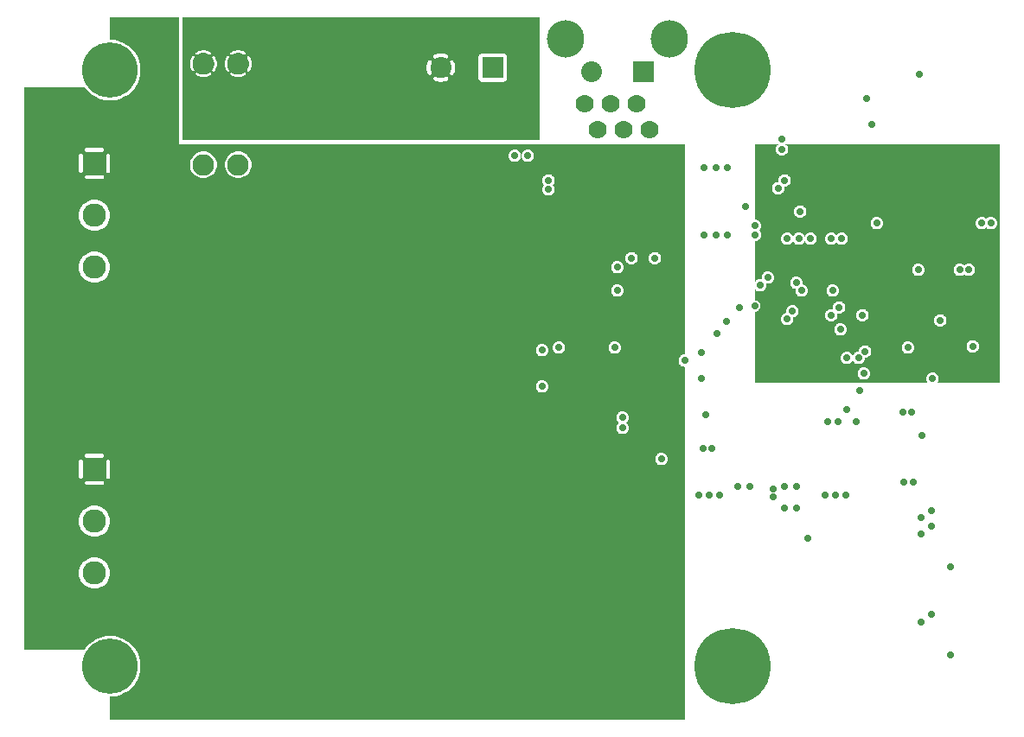
<source format=gbr>
G04 start of page 4 for group 2 idx 3 *
G04 Title: (unknown), VDD *
G04 Creator: pcb 20140316 *
G04 CreationDate: Thu 02 Jul 2020 08:39:24 PM GMT UTC *
G04 For: railfan *
G04 Format: Gerber/RS-274X *
G04 PCB-Dimensions (mil): 4000.00 2950.00 *
G04 PCB-Coordinate-Origin: lower left *
%MOIN*%
%FSLAX25Y25*%
%LNGROUP2*%
%ADD82C,0.0300*%
%ADD81C,0.1280*%
%ADD80C,0.0480*%
%ADD79C,0.1285*%
%ADD78C,0.0550*%
%ADD77C,0.0630*%
%ADD76C,0.0120*%
%ADD75C,0.0280*%
%ADD74C,0.0700*%
%ADD73C,0.0800*%
%ADD72C,0.1440*%
%ADD71C,0.2937*%
%ADD70C,0.2137*%
%ADD69C,0.0900*%
%ADD68C,0.0830*%
%ADD67C,0.0001*%
G54D67*G36*
X388000Y142000D02*X382746D01*
Y201849D01*
X382750Y201854D01*
X382798Y201798D01*
X383085Y201552D01*
X383407Y201355D01*
X383756Y201210D01*
X384123Y201122D01*
X384500Y201093D01*
X384877Y201122D01*
X385244Y201210D01*
X385593Y201355D01*
X385915Y201552D01*
X386202Y201798D01*
X386448Y202085D01*
X386645Y202407D01*
X386790Y202756D01*
X386878Y203123D01*
X386900Y203500D01*
X386878Y203877D01*
X386790Y204244D01*
X386645Y204593D01*
X386448Y204915D01*
X386202Y205202D01*
X385915Y205448D01*
X385593Y205645D01*
X385244Y205790D01*
X384877Y205878D01*
X384500Y205907D01*
X384123Y205878D01*
X383756Y205790D01*
X383407Y205645D01*
X383085Y205448D01*
X382798Y205202D01*
X382750Y205146D01*
X382746Y205151D01*
Y234000D01*
X388000D01*
Y142000D01*
G37*
G36*
X382746D02*X377496D01*
Y153593D01*
X377500Y153593D01*
X377877Y153622D01*
X378244Y153710D01*
X378593Y153855D01*
X378915Y154052D01*
X379202Y154298D01*
X379448Y154585D01*
X379645Y154907D01*
X379790Y155256D01*
X379878Y155623D01*
X379900Y156000D01*
X379878Y156377D01*
X379790Y156744D01*
X379645Y157093D01*
X379448Y157415D01*
X379202Y157702D01*
X378915Y157948D01*
X378593Y158145D01*
X378244Y158290D01*
X377877Y158378D01*
X377500Y158407D01*
X377496Y158407D01*
Y183622D01*
X377702Y183798D01*
X377948Y184085D01*
X378145Y184407D01*
X378290Y184756D01*
X378378Y185123D01*
X378400Y185500D01*
X378378Y185877D01*
X378290Y186244D01*
X378145Y186593D01*
X377948Y186915D01*
X377702Y187202D01*
X377496Y187378D01*
Y234000D01*
X382746D01*
Y205151D01*
X382702Y205202D01*
X382415Y205448D01*
X382093Y205645D01*
X381744Y205790D01*
X381377Y205878D01*
X381000Y205907D01*
X380623Y205878D01*
X380256Y205790D01*
X379907Y205645D01*
X379585Y205448D01*
X379298Y205202D01*
X379052Y204915D01*
X378855Y204593D01*
X378710Y204244D01*
X378622Y203877D01*
X378593Y203500D01*
X378622Y203123D01*
X378710Y202756D01*
X378855Y202407D01*
X379052Y202085D01*
X379298Y201798D01*
X379585Y201552D01*
X379907Y201355D01*
X380256Y201210D01*
X380623Y201122D01*
X381000Y201093D01*
X381377Y201122D01*
X381744Y201210D01*
X382093Y201355D01*
X382415Y201552D01*
X382702Y201798D01*
X382746Y201849D01*
Y142000D01*
G37*
G36*
X377496D02*X364996D01*
Y163593D01*
X365000Y163593D01*
X365377Y163622D01*
X365744Y163710D01*
X366093Y163855D01*
X366415Y164052D01*
X366702Y164298D01*
X366948Y164585D01*
X367145Y164907D01*
X367290Y165256D01*
X367378Y165623D01*
X367400Y166000D01*
X367378Y166377D01*
X367290Y166744D01*
X367145Y167093D01*
X366948Y167415D01*
X366702Y167702D01*
X366415Y167948D01*
X366093Y168145D01*
X365744Y168290D01*
X365377Y168378D01*
X365000Y168407D01*
X364996Y168407D01*
Y234000D01*
X377496D01*
Y187378D01*
X377415Y187448D01*
X377093Y187645D01*
X376744Y187790D01*
X376377Y187878D01*
X376000Y187907D01*
X375623Y187878D01*
X375256Y187790D01*
X374907Y187645D01*
X374585Y187448D01*
X374298Y187202D01*
X374250Y187146D01*
X374202Y187202D01*
X373915Y187448D01*
X373593Y187645D01*
X373244Y187790D01*
X372877Y187878D01*
X372500Y187907D01*
X372123Y187878D01*
X371756Y187790D01*
X371407Y187645D01*
X371085Y187448D01*
X370798Y187202D01*
X370552Y186915D01*
X370355Y186593D01*
X370210Y186244D01*
X370122Y185877D01*
X370093Y185500D01*
X370122Y185123D01*
X370210Y184756D01*
X370355Y184407D01*
X370552Y184085D01*
X370798Y183798D01*
X371085Y183552D01*
X371407Y183355D01*
X371756Y183210D01*
X372123Y183122D01*
X372500Y183093D01*
X372877Y183122D01*
X373244Y183210D01*
X373593Y183355D01*
X373915Y183552D01*
X374202Y183798D01*
X374250Y183854D01*
X374298Y183798D01*
X374585Y183552D01*
X374907Y183355D01*
X375256Y183210D01*
X375623Y183122D01*
X376000Y183093D01*
X376377Y183122D01*
X376744Y183210D01*
X377093Y183355D01*
X377415Y183552D01*
X377496Y183622D01*
Y158407D01*
X377123Y158378D01*
X376756Y158290D01*
X376407Y158145D01*
X376085Y157948D01*
X375798Y157702D01*
X375552Y157415D01*
X375355Y157093D01*
X375210Y156744D01*
X375122Y156377D01*
X375093Y156000D01*
X375122Y155623D01*
X375210Y155256D01*
X375355Y154907D01*
X375552Y154585D01*
X375798Y154298D01*
X376085Y154052D01*
X376407Y153855D01*
X376756Y153710D01*
X377123Y153622D01*
X377496Y153593D01*
Y142000D01*
G37*
G36*
X364996D02*X363875D01*
X363948Y142085D01*
X364145Y142407D01*
X364290Y142756D01*
X364378Y143123D01*
X364400Y143500D01*
X364378Y143877D01*
X364290Y144244D01*
X364145Y144593D01*
X363948Y144915D01*
X363702Y145202D01*
X363415Y145448D01*
X363093Y145645D01*
X362744Y145790D01*
X362377Y145878D01*
X362000Y145907D01*
X361623Y145878D01*
X361256Y145790D01*
X360907Y145645D01*
X360585Y145448D01*
X360298Y145202D01*
X360052Y144915D01*
X359855Y144593D01*
X359710Y144244D01*
X359622Y143877D01*
X359593Y143500D01*
X359622Y143123D01*
X359710Y142756D01*
X359855Y142407D01*
X360052Y142085D01*
X360125Y142000D01*
X356496D01*
Y183093D01*
X356500Y183093D01*
X356877Y183122D01*
X357244Y183210D01*
X357593Y183355D01*
X357915Y183552D01*
X358202Y183798D01*
X358448Y184085D01*
X358645Y184407D01*
X358790Y184756D01*
X358878Y185123D01*
X358900Y185500D01*
X358878Y185877D01*
X358790Y186244D01*
X358645Y186593D01*
X358448Y186915D01*
X358202Y187202D01*
X357915Y187448D01*
X357593Y187645D01*
X357244Y187790D01*
X356877Y187878D01*
X356500Y187907D01*
X356496Y187907D01*
Y234000D01*
X364996D01*
Y168407D01*
X364623Y168378D01*
X364256Y168290D01*
X363907Y168145D01*
X363585Y167948D01*
X363298Y167702D01*
X363052Y167415D01*
X362855Y167093D01*
X362710Y166744D01*
X362622Y166377D01*
X362593Y166000D01*
X362622Y165623D01*
X362710Y165256D01*
X362855Y164907D01*
X363052Y164585D01*
X363298Y164298D01*
X363585Y164052D01*
X363907Y163855D01*
X364256Y163710D01*
X364623Y163622D01*
X364996Y163593D01*
Y142000D01*
G37*
G36*
X356496D02*X352496D01*
Y153093D01*
X352500Y153093D01*
X352877Y153122D01*
X353244Y153210D01*
X353593Y153355D01*
X353915Y153552D01*
X354202Y153798D01*
X354448Y154085D01*
X354645Y154407D01*
X354790Y154756D01*
X354878Y155123D01*
X354900Y155500D01*
X354878Y155877D01*
X354790Y156244D01*
X354645Y156593D01*
X354448Y156915D01*
X354202Y157202D01*
X353915Y157448D01*
X353593Y157645D01*
X353244Y157790D01*
X352877Y157878D01*
X352500Y157907D01*
X352496Y157907D01*
Y234000D01*
X356496D01*
Y187907D01*
X356123Y187878D01*
X355756Y187790D01*
X355407Y187645D01*
X355085Y187448D01*
X354798Y187202D01*
X354552Y186915D01*
X354355Y186593D01*
X354210Y186244D01*
X354122Y185877D01*
X354093Y185500D01*
X354122Y185123D01*
X354210Y184756D01*
X354355Y184407D01*
X354552Y184085D01*
X354798Y183798D01*
X355085Y183552D01*
X355407Y183355D01*
X355756Y183210D01*
X356123Y183122D01*
X356496Y183093D01*
Y142000D01*
G37*
G36*
X352496D02*X340496D01*
Y201093D01*
X340500Y201093D01*
X340877Y201122D01*
X341244Y201210D01*
X341593Y201355D01*
X341915Y201552D01*
X342202Y201798D01*
X342448Y202085D01*
X342645Y202407D01*
X342790Y202756D01*
X342878Y203123D01*
X342900Y203500D01*
X342878Y203877D01*
X342790Y204244D01*
X342645Y204593D01*
X342448Y204915D01*
X342202Y205202D01*
X341915Y205448D01*
X341593Y205645D01*
X341244Y205790D01*
X340877Y205878D01*
X340500Y205907D01*
X340496Y205907D01*
Y234000D01*
X352496D01*
Y157907D01*
X352123Y157878D01*
X351756Y157790D01*
X351407Y157645D01*
X351085Y157448D01*
X350798Y157202D01*
X350552Y156915D01*
X350355Y156593D01*
X350210Y156244D01*
X350122Y155877D01*
X350093Y155500D01*
X350122Y155123D01*
X350210Y154756D01*
X350355Y154407D01*
X350552Y154085D01*
X350798Y153798D01*
X351085Y153552D01*
X351407Y153355D01*
X351756Y153210D01*
X352123Y153122D01*
X352496Y153093D01*
Y142000D01*
G37*
G36*
X340496D02*X334996D01*
Y143153D01*
X335123Y143122D01*
X335500Y143093D01*
X335877Y143122D01*
X336244Y143210D01*
X336593Y143355D01*
X336915Y143552D01*
X337202Y143798D01*
X337448Y144085D01*
X337645Y144407D01*
X337790Y144756D01*
X337878Y145123D01*
X337900Y145500D01*
X337878Y145877D01*
X337790Y146244D01*
X337645Y146593D01*
X337448Y146915D01*
X337202Y147202D01*
X336915Y147448D01*
X336593Y147645D01*
X336244Y147790D01*
X335877Y147878D01*
X335500Y147907D01*
X335123Y147878D01*
X334996Y147847D01*
Y149622D01*
X335202Y149798D01*
X335448Y150085D01*
X335645Y150407D01*
X335790Y150756D01*
X335878Y151123D01*
X335900Y151500D01*
X335894Y151601D01*
X336000Y151593D01*
X336377Y151622D01*
X336744Y151710D01*
X337093Y151855D01*
X337415Y152052D01*
X337702Y152298D01*
X337948Y152585D01*
X338145Y152907D01*
X338290Y153256D01*
X338378Y153623D01*
X338400Y154000D01*
X338378Y154377D01*
X338290Y154744D01*
X338145Y155093D01*
X337948Y155415D01*
X337702Y155702D01*
X337415Y155948D01*
X337093Y156145D01*
X336744Y156290D01*
X336377Y156378D01*
X336000Y156407D01*
X335623Y156378D01*
X335256Y156290D01*
X334996Y156182D01*
Y165593D01*
X335000Y165593D01*
X335377Y165622D01*
X335744Y165710D01*
X336093Y165855D01*
X336415Y166052D01*
X336702Y166298D01*
X336948Y166585D01*
X337145Y166907D01*
X337290Y167256D01*
X337378Y167623D01*
X337400Y168000D01*
X337378Y168377D01*
X337290Y168744D01*
X337145Y169093D01*
X336948Y169415D01*
X336702Y169702D01*
X336415Y169948D01*
X336093Y170145D01*
X335744Y170290D01*
X335377Y170378D01*
X335000Y170407D01*
X334996Y170407D01*
Y234000D01*
X340496D01*
Y205907D01*
X340123Y205878D01*
X339756Y205790D01*
X339407Y205645D01*
X339085Y205448D01*
X338798Y205202D01*
X338552Y204915D01*
X338355Y204593D01*
X338210Y204244D01*
X338122Y203877D01*
X338093Y203500D01*
X338122Y203123D01*
X338210Y202756D01*
X338355Y202407D01*
X338552Y202085D01*
X338798Y201798D01*
X339085Y201552D01*
X339407Y201355D01*
X339756Y201210D01*
X340123Y201122D01*
X340496Y201093D01*
Y142000D01*
G37*
G36*
X334996D02*X324996D01*
Y160628D01*
X325085Y160552D01*
X325407Y160355D01*
X325756Y160210D01*
X326123Y160122D01*
X326500Y160093D01*
X326877Y160122D01*
X327244Y160210D01*
X327593Y160355D01*
X327915Y160552D01*
X328202Y160798D01*
X328448Y161085D01*
X328645Y161407D01*
X328790Y161756D01*
X328878Y162123D01*
X328900Y162500D01*
X328878Y162877D01*
X328790Y163244D01*
X328645Y163593D01*
X328448Y163915D01*
X328202Y164202D01*
X327915Y164448D01*
X327593Y164645D01*
X327244Y164790D01*
X326877Y164878D01*
X326500Y164907D01*
X326123Y164878D01*
X325756Y164790D01*
X325407Y164645D01*
X325085Y164448D01*
X324996Y164372D01*
Y166664D01*
X325145Y166907D01*
X325290Y167256D01*
X325378Y167623D01*
X325400Y168000D01*
X325378Y168377D01*
X325300Y168700D01*
X325623Y168622D01*
X326000Y168593D01*
X326377Y168622D01*
X326744Y168710D01*
X327093Y168855D01*
X327415Y169052D01*
X327702Y169298D01*
X327948Y169585D01*
X328145Y169907D01*
X328290Y170256D01*
X328378Y170623D01*
X328400Y171000D01*
X328378Y171377D01*
X328290Y171744D01*
X328145Y172093D01*
X327948Y172415D01*
X327702Y172702D01*
X327415Y172948D01*
X327093Y173145D01*
X326744Y173290D01*
X326377Y173378D01*
X326000Y173407D01*
X325623Y173378D01*
X325256Y173290D01*
X324996Y173182D01*
Y175622D01*
X325202Y175798D01*
X325448Y176085D01*
X325645Y176407D01*
X325790Y176756D01*
X325878Y177123D01*
X325900Y177500D01*
X325878Y177877D01*
X325790Y178244D01*
X325645Y178593D01*
X325448Y178915D01*
X325202Y179202D01*
X324996Y179378D01*
Y196164D01*
X325000Y196170D01*
X325052Y196085D01*
X325298Y195798D01*
X325585Y195552D01*
X325907Y195355D01*
X326256Y195210D01*
X326623Y195122D01*
X327000Y195093D01*
X327377Y195122D01*
X327744Y195210D01*
X328093Y195355D01*
X328415Y195552D01*
X328702Y195798D01*
X328948Y196085D01*
X329145Y196407D01*
X329290Y196756D01*
X329378Y197123D01*
X329400Y197500D01*
X329378Y197877D01*
X329290Y198244D01*
X329145Y198593D01*
X328948Y198915D01*
X328702Y199202D01*
X328415Y199448D01*
X328093Y199645D01*
X327744Y199790D01*
X327377Y199878D01*
X327000Y199907D01*
X326623Y199878D01*
X326256Y199790D01*
X325907Y199645D01*
X325585Y199448D01*
X325298Y199202D01*
X325052Y198915D01*
X325000Y198830D01*
X324996Y198836D01*
Y234000D01*
X334996D01*
Y170407D01*
X334623Y170378D01*
X334256Y170290D01*
X333907Y170145D01*
X333585Y169948D01*
X333298Y169702D01*
X333052Y169415D01*
X332855Y169093D01*
X332710Y168744D01*
X332622Y168377D01*
X332593Y168000D01*
X332622Y167623D01*
X332710Y167256D01*
X332855Y166907D01*
X333052Y166585D01*
X333298Y166298D01*
X333585Y166052D01*
X333907Y165855D01*
X334256Y165710D01*
X334623Y165622D01*
X334996Y165593D01*
Y156182D01*
X334907Y156145D01*
X334585Y155948D01*
X334298Y155702D01*
X334052Y155415D01*
X333855Y155093D01*
X333710Y154744D01*
X333622Y154377D01*
X333593Y154000D01*
X333601Y153899D01*
X333500Y153907D01*
X333123Y153878D01*
X332756Y153790D01*
X332407Y153645D01*
X332085Y153448D01*
X331798Y153202D01*
X331552Y152915D01*
X331355Y152593D01*
X331250Y152339D01*
X331145Y152593D01*
X330948Y152915D01*
X330702Y153202D01*
X330415Y153448D01*
X330093Y153645D01*
X329744Y153790D01*
X329377Y153878D01*
X329000Y153907D01*
X328623Y153878D01*
X328256Y153790D01*
X327907Y153645D01*
X327585Y153448D01*
X327298Y153202D01*
X327052Y152915D01*
X326855Y152593D01*
X326710Y152244D01*
X326622Y151877D01*
X326593Y151500D01*
X326622Y151123D01*
X326710Y150756D01*
X326855Y150407D01*
X327052Y150085D01*
X327298Y149798D01*
X327585Y149552D01*
X327907Y149355D01*
X328256Y149210D01*
X328623Y149122D01*
X329000Y149093D01*
X329377Y149122D01*
X329744Y149210D01*
X330093Y149355D01*
X330415Y149552D01*
X330702Y149798D01*
X330948Y150085D01*
X331145Y150407D01*
X331250Y150661D01*
X331355Y150407D01*
X331552Y150085D01*
X331798Y149798D01*
X332085Y149552D01*
X332407Y149355D01*
X332756Y149210D01*
X333123Y149122D01*
X333500Y149093D01*
X333877Y149122D01*
X334244Y149210D01*
X334593Y149355D01*
X334915Y149552D01*
X334996Y149622D01*
Y147847D01*
X334756Y147790D01*
X334407Y147645D01*
X334085Y147448D01*
X333798Y147202D01*
X333552Y146915D01*
X333355Y146593D01*
X333210Y146244D01*
X333122Y145877D01*
X333093Y145500D01*
X333122Y145123D01*
X333210Y144756D01*
X333355Y144407D01*
X333552Y144085D01*
X333798Y143798D01*
X334085Y143552D01*
X334407Y143355D01*
X334756Y143210D01*
X334996Y143153D01*
Y142000D01*
G37*
G36*
X324996D02*X310996D01*
Y175153D01*
X311123Y175122D01*
X311500Y175093D01*
X311877Y175122D01*
X312244Y175210D01*
X312593Y175355D01*
X312915Y175552D01*
X313202Y175798D01*
X313448Y176085D01*
X313645Y176407D01*
X313790Y176756D01*
X313878Y177123D01*
X313900Y177500D01*
X313878Y177877D01*
X313790Y178244D01*
X313645Y178593D01*
X313448Y178915D01*
X313202Y179202D01*
X312915Y179448D01*
X312593Y179645D01*
X312244Y179790D01*
X311877Y179878D01*
X311820Y179882D01*
X311878Y180123D01*
X311900Y180500D01*
X311878Y180877D01*
X311790Y181244D01*
X311645Y181593D01*
X311448Y181915D01*
X311202Y182202D01*
X310996Y182378D01*
Y195151D01*
X311244Y195210D01*
X311593Y195355D01*
X311915Y195552D01*
X312202Y195798D01*
X312448Y196085D01*
X312645Y196407D01*
X312750Y196661D01*
X312855Y196407D01*
X313052Y196085D01*
X313298Y195798D01*
X313585Y195552D01*
X313907Y195355D01*
X314256Y195210D01*
X314623Y195122D01*
X315000Y195093D01*
X315377Y195122D01*
X315744Y195210D01*
X316093Y195355D01*
X316415Y195552D01*
X316702Y195798D01*
X316948Y196085D01*
X317145Y196407D01*
X317290Y196756D01*
X317378Y197123D01*
X317400Y197500D01*
X317378Y197877D01*
X317290Y198244D01*
X317145Y198593D01*
X316948Y198915D01*
X316702Y199202D01*
X316415Y199448D01*
X316093Y199645D01*
X315744Y199790D01*
X315377Y199878D01*
X315000Y199907D01*
X314623Y199878D01*
X314256Y199790D01*
X313907Y199645D01*
X313585Y199448D01*
X313298Y199202D01*
X313052Y198915D01*
X312855Y198593D01*
X312750Y198339D01*
X312645Y198593D01*
X312448Y198915D01*
X312202Y199202D01*
X311915Y199448D01*
X311593Y199645D01*
X311244Y199790D01*
X310996Y199849D01*
Y205593D01*
X311000Y205593D01*
X311377Y205622D01*
X311744Y205710D01*
X312093Y205855D01*
X312415Y206052D01*
X312702Y206298D01*
X312948Y206585D01*
X313145Y206907D01*
X313290Y207256D01*
X313378Y207623D01*
X313400Y208000D01*
X313378Y208377D01*
X313290Y208744D01*
X313145Y209093D01*
X312948Y209415D01*
X312702Y209702D01*
X312415Y209948D01*
X312093Y210145D01*
X311744Y210290D01*
X311377Y210378D01*
X311000Y210407D01*
X310996Y210407D01*
Y234000D01*
X324996D01*
Y198836D01*
X324948Y198915D01*
X324702Y199202D01*
X324415Y199448D01*
X324093Y199645D01*
X323744Y199790D01*
X323377Y199878D01*
X323000Y199907D01*
X322623Y199878D01*
X322256Y199790D01*
X321907Y199645D01*
X321585Y199448D01*
X321298Y199202D01*
X321052Y198915D01*
X320855Y198593D01*
X320710Y198244D01*
X320622Y197877D01*
X320593Y197500D01*
X320622Y197123D01*
X320710Y196756D01*
X320855Y196407D01*
X321052Y196085D01*
X321298Y195798D01*
X321585Y195552D01*
X321907Y195355D01*
X322256Y195210D01*
X322623Y195122D01*
X323000Y195093D01*
X323377Y195122D01*
X323744Y195210D01*
X324093Y195355D01*
X324415Y195552D01*
X324702Y195798D01*
X324948Y196085D01*
X324996Y196164D01*
Y179378D01*
X324915Y179448D01*
X324593Y179645D01*
X324244Y179790D01*
X323877Y179878D01*
X323500Y179907D01*
X323123Y179878D01*
X322756Y179790D01*
X322407Y179645D01*
X322085Y179448D01*
X321798Y179202D01*
X321552Y178915D01*
X321355Y178593D01*
X321210Y178244D01*
X321122Y177877D01*
X321093Y177500D01*
X321122Y177123D01*
X321210Y176756D01*
X321355Y176407D01*
X321552Y176085D01*
X321798Y175798D01*
X322085Y175552D01*
X322407Y175355D01*
X322756Y175210D01*
X323123Y175122D01*
X323500Y175093D01*
X323877Y175122D01*
X324244Y175210D01*
X324593Y175355D01*
X324915Y175552D01*
X324996Y175622D01*
Y173182D01*
X324907Y173145D01*
X324585Y172948D01*
X324298Y172702D01*
X324052Y172415D01*
X323855Y172093D01*
X323710Y171744D01*
X323622Y171377D01*
X323593Y171000D01*
X323622Y170623D01*
X323700Y170300D01*
X323377Y170378D01*
X323000Y170407D01*
X322623Y170378D01*
X322256Y170290D01*
X321907Y170145D01*
X321585Y169948D01*
X321298Y169702D01*
X321052Y169415D01*
X320855Y169093D01*
X320710Y168744D01*
X320622Y168377D01*
X320593Y168000D01*
X320622Y167623D01*
X320710Y167256D01*
X320855Y166907D01*
X321052Y166585D01*
X321298Y166298D01*
X321585Y166052D01*
X321907Y165855D01*
X322256Y165710D01*
X322623Y165622D01*
X323000Y165593D01*
X323377Y165622D01*
X323744Y165710D01*
X324093Y165855D01*
X324415Y166052D01*
X324702Y166298D01*
X324948Y166585D01*
X324996Y166664D01*
Y164372D01*
X324798Y164202D01*
X324552Y163915D01*
X324355Y163593D01*
X324210Y163244D01*
X324122Y162877D01*
X324093Y162500D01*
X324122Y162123D01*
X324210Y161756D01*
X324355Y161407D01*
X324552Y161085D01*
X324798Y160798D01*
X324996Y160628D01*
Y142000D01*
G37*
G36*
X303746Y229613D02*X304000Y229593D01*
X304377Y229622D01*
X304744Y229710D01*
X305093Y229855D01*
X305415Y230052D01*
X305702Y230298D01*
X305948Y230585D01*
X306145Y230907D01*
X306290Y231256D01*
X306378Y231623D01*
X306400Y232000D01*
X306378Y232377D01*
X306290Y232744D01*
X306145Y233093D01*
X305948Y233415D01*
X305702Y233702D01*
X305415Y233948D01*
X305330Y234000D01*
X310996D01*
Y210407D01*
X310623Y210378D01*
X310256Y210290D01*
X309907Y210145D01*
X309585Y209948D01*
X309298Y209702D01*
X309052Y209415D01*
X308855Y209093D01*
X308710Y208744D01*
X308622Y208377D01*
X308593Y208000D01*
X308622Y207623D01*
X308710Y207256D01*
X308855Y206907D01*
X309052Y206585D01*
X309298Y206298D01*
X309585Y206052D01*
X309907Y205855D01*
X310256Y205710D01*
X310623Y205622D01*
X310996Y205593D01*
Y199849D01*
X310877Y199878D01*
X310500Y199907D01*
X310123Y199878D01*
X309756Y199790D01*
X309407Y199645D01*
X309085Y199448D01*
X308798Y199202D01*
X308552Y198915D01*
X308355Y198593D01*
X308250Y198339D01*
X308145Y198593D01*
X307948Y198915D01*
X307702Y199202D01*
X307415Y199448D01*
X307093Y199645D01*
X306744Y199790D01*
X306377Y199878D01*
X306000Y199907D01*
X305623Y199878D01*
X305256Y199790D01*
X304907Y199645D01*
X304585Y199448D01*
X304298Y199202D01*
X304052Y198915D01*
X303855Y198593D01*
X303746Y198331D01*
Y214949D01*
X303915Y215052D01*
X304202Y215298D01*
X304448Y215585D01*
X304645Y215907D01*
X304790Y216256D01*
X304878Y216623D01*
X304900Y217000D01*
X304878Y217377D01*
X304823Y217607D01*
X305000Y217593D01*
X305377Y217622D01*
X305744Y217710D01*
X306093Y217855D01*
X306415Y218052D01*
X306702Y218298D01*
X306948Y218585D01*
X307145Y218907D01*
X307290Y219256D01*
X307378Y219623D01*
X307400Y220000D01*
X307378Y220377D01*
X307290Y220744D01*
X307145Y221093D01*
X306948Y221415D01*
X306702Y221702D01*
X306415Y221948D01*
X306093Y222145D01*
X305744Y222290D01*
X305377Y222378D01*
X305000Y222407D01*
X304623Y222378D01*
X304256Y222290D01*
X303907Y222145D01*
X303746Y222046D01*
Y229613D01*
G37*
G36*
X310996Y142000D02*X303746D01*
Y165669D01*
X303855Y165407D01*
X304052Y165085D01*
X304298Y164798D01*
X304585Y164552D01*
X304907Y164355D01*
X305256Y164210D01*
X305623Y164122D01*
X306000Y164093D01*
X306377Y164122D01*
X306744Y164210D01*
X307093Y164355D01*
X307415Y164552D01*
X307702Y164798D01*
X307948Y165085D01*
X308145Y165407D01*
X308290Y165756D01*
X308378Y166123D01*
X308400Y166500D01*
X308378Y166877D01*
X308320Y167118D01*
X308377Y167122D01*
X308744Y167210D01*
X309093Y167355D01*
X309415Y167552D01*
X309702Y167798D01*
X309948Y168085D01*
X310145Y168407D01*
X310290Y168756D01*
X310378Y169123D01*
X310400Y169500D01*
X310378Y169877D01*
X310290Y170244D01*
X310145Y170593D01*
X309948Y170915D01*
X309702Y171202D01*
X309415Y171448D01*
X309093Y171645D01*
X308744Y171790D01*
X308377Y171878D01*
X308000Y171907D01*
X307623Y171878D01*
X307256Y171790D01*
X306907Y171645D01*
X306585Y171448D01*
X306298Y171202D01*
X306052Y170915D01*
X305855Y170593D01*
X305710Y170244D01*
X305622Y169877D01*
X305593Y169500D01*
X305622Y169123D01*
X305680Y168882D01*
X305623Y168878D01*
X305256Y168790D01*
X304907Y168645D01*
X304585Y168448D01*
X304298Y168202D01*
X304052Y167915D01*
X303855Y167593D01*
X303746Y167331D01*
Y196669D01*
X303855Y196407D01*
X304052Y196085D01*
X304298Y195798D01*
X304585Y195552D01*
X304907Y195355D01*
X305256Y195210D01*
X305623Y195122D01*
X306000Y195093D01*
X306377Y195122D01*
X306744Y195210D01*
X307093Y195355D01*
X307415Y195552D01*
X307702Y195798D01*
X307948Y196085D01*
X308145Y196407D01*
X308250Y196661D01*
X308355Y196407D01*
X308552Y196085D01*
X308798Y195798D01*
X309085Y195552D01*
X309407Y195355D01*
X309756Y195210D01*
X310123Y195122D01*
X310500Y195093D01*
X310877Y195122D01*
X310996Y195151D01*
Y182378D01*
X310915Y182448D01*
X310593Y182645D01*
X310244Y182790D01*
X309877Y182878D01*
X309500Y182907D01*
X309123Y182878D01*
X308756Y182790D01*
X308407Y182645D01*
X308085Y182448D01*
X307798Y182202D01*
X307552Y181915D01*
X307355Y181593D01*
X307210Y181244D01*
X307122Y180877D01*
X307093Y180500D01*
X307122Y180123D01*
X307210Y179756D01*
X307355Y179407D01*
X307552Y179085D01*
X307798Y178798D01*
X308085Y178552D01*
X308407Y178355D01*
X308756Y178210D01*
X309123Y178122D01*
X309180Y178118D01*
X309122Y177877D01*
X309093Y177500D01*
X309122Y177123D01*
X309210Y176756D01*
X309355Y176407D01*
X309552Y176085D01*
X309798Y175798D01*
X310085Y175552D01*
X310407Y175355D01*
X310756Y175210D01*
X310996Y175153D01*
Y142000D01*
G37*
G36*
X303746D02*X293500D01*
Y169293D01*
X293845Y169320D01*
X294182Y169401D01*
X294502Y169534D01*
X294797Y169715D01*
X295060Y169940D01*
X295285Y170203D01*
X295466Y170498D01*
X295599Y170818D01*
X295680Y171155D01*
X295700Y171500D01*
X295680Y171845D01*
X295599Y172182D01*
X295466Y172502D01*
X295285Y172797D01*
X295060Y173060D01*
X294797Y173285D01*
X294502Y173466D01*
X294182Y173599D01*
X293845Y173680D01*
X293500Y173707D01*
Y178170D01*
X293552Y178085D01*
X293798Y177798D01*
X294085Y177552D01*
X294407Y177355D01*
X294756Y177210D01*
X295123Y177122D01*
X295500Y177093D01*
X295877Y177122D01*
X296244Y177210D01*
X296593Y177355D01*
X296915Y177552D01*
X297202Y177798D01*
X297448Y178085D01*
X297645Y178407D01*
X297790Y178756D01*
X297878Y179123D01*
X297900Y179500D01*
X297878Y179877D01*
X297800Y180200D01*
X298123Y180122D01*
X298500Y180093D01*
X298877Y180122D01*
X299244Y180210D01*
X299593Y180355D01*
X299915Y180552D01*
X300202Y180798D01*
X300448Y181085D01*
X300645Y181407D01*
X300790Y181756D01*
X300878Y182123D01*
X300900Y182500D01*
X300878Y182877D01*
X300790Y183244D01*
X300645Y183593D01*
X300448Y183915D01*
X300202Y184202D01*
X299915Y184448D01*
X299593Y184645D01*
X299244Y184790D01*
X298877Y184878D01*
X298500Y184907D01*
X298123Y184878D01*
X297756Y184790D01*
X297407Y184645D01*
X297085Y184448D01*
X296798Y184202D01*
X296552Y183915D01*
X296355Y183593D01*
X296210Y183244D01*
X296122Y182877D01*
X296093Y182500D01*
X296122Y182123D01*
X296200Y181800D01*
X295877Y181878D01*
X295500Y181907D01*
X295123Y181878D01*
X294756Y181790D01*
X294407Y181645D01*
X294085Y181448D01*
X293798Y181202D01*
X293552Y180915D01*
X293500Y180830D01*
Y196593D01*
X293877Y196622D01*
X294244Y196710D01*
X294593Y196855D01*
X294915Y197052D01*
X295202Y197298D01*
X295448Y197585D01*
X295645Y197907D01*
X295790Y198256D01*
X295878Y198623D01*
X295900Y199000D01*
X295878Y199377D01*
X295790Y199744D01*
X295645Y200093D01*
X295448Y200415D01*
X295202Y200702D01*
X295146Y200750D01*
X295202Y200798D01*
X295448Y201085D01*
X295645Y201407D01*
X295790Y201756D01*
X295878Y202123D01*
X295900Y202500D01*
X295878Y202877D01*
X295790Y203244D01*
X295645Y203593D01*
X295448Y203915D01*
X295202Y204202D01*
X294915Y204448D01*
X294593Y204645D01*
X294244Y204790D01*
X293877Y204878D01*
X293500Y204907D01*
Y234000D01*
X302670D01*
X302585Y233948D01*
X302298Y233702D01*
X302052Y233415D01*
X301855Y233093D01*
X301710Y232744D01*
X301622Y232377D01*
X301593Y232000D01*
X301622Y231623D01*
X301710Y231256D01*
X301855Y230907D01*
X302052Y230585D01*
X302298Y230298D01*
X302585Y230052D01*
X302907Y229855D01*
X303256Y229710D01*
X303623Y229622D01*
X303746Y229613D01*
Y222046D01*
X303585Y221948D01*
X303298Y221702D01*
X303052Y221415D01*
X302855Y221093D01*
X302710Y220744D01*
X302622Y220377D01*
X302593Y220000D01*
X302622Y219623D01*
X302677Y219393D01*
X302500Y219407D01*
X302123Y219378D01*
X301756Y219290D01*
X301407Y219145D01*
X301085Y218948D01*
X300798Y218702D01*
X300552Y218415D01*
X300355Y218093D01*
X300210Y217744D01*
X300122Y217377D01*
X300093Y217000D01*
X300122Y216623D01*
X300210Y216256D01*
X300355Y215907D01*
X300552Y215585D01*
X300798Y215298D01*
X301085Y215052D01*
X301407Y214855D01*
X301756Y214710D01*
X302123Y214622D01*
X302500Y214593D01*
X302877Y214622D01*
X303244Y214710D01*
X303593Y214855D01*
X303746Y214949D01*
Y198331D01*
X303710Y198244D01*
X303622Y197877D01*
X303593Y197500D01*
X303622Y197123D01*
X303710Y196756D01*
X303746Y196669D01*
Y167331D01*
X303710Y167244D01*
X303622Y166877D01*
X303593Y166500D01*
X303622Y166123D01*
X303710Y165756D01*
X303746Y165669D01*
Y142000D01*
G37*
G36*
X382746Y234000D02*X388000D01*
Y142000D01*
X382746D01*
Y201849D01*
X382750Y201854D01*
X382798Y201798D01*
X383085Y201552D01*
X383407Y201355D01*
X383756Y201210D01*
X384123Y201122D01*
X384500Y201093D01*
X384877Y201122D01*
X385244Y201210D01*
X385593Y201355D01*
X385915Y201552D01*
X386202Y201798D01*
X386448Y202085D01*
X386645Y202407D01*
X386790Y202756D01*
X386878Y203123D01*
X386900Y203500D01*
X386878Y203877D01*
X386790Y204244D01*
X386645Y204593D01*
X386448Y204915D01*
X386202Y205202D01*
X385915Y205448D01*
X385593Y205645D01*
X385244Y205790D01*
X384877Y205878D01*
X384500Y205907D01*
X384123Y205878D01*
X383756Y205790D01*
X383407Y205645D01*
X383085Y205448D01*
X382798Y205202D01*
X382750Y205146D01*
X382746Y205151D01*
Y234000D01*
G37*
G36*
X377496D02*X382746D01*
Y205151D01*
X382702Y205202D01*
X382415Y205448D01*
X382093Y205645D01*
X381744Y205790D01*
X381377Y205878D01*
X381000Y205907D01*
X380623Y205878D01*
X380256Y205790D01*
X379907Y205645D01*
X379585Y205448D01*
X379298Y205202D01*
X379052Y204915D01*
X378855Y204593D01*
X378710Y204244D01*
X378622Y203877D01*
X378593Y203500D01*
X378622Y203123D01*
X378710Y202756D01*
X378855Y202407D01*
X379052Y202085D01*
X379298Y201798D01*
X379585Y201552D01*
X379907Y201355D01*
X380256Y201210D01*
X380623Y201122D01*
X381000Y201093D01*
X381377Y201122D01*
X381744Y201210D01*
X382093Y201355D01*
X382415Y201552D01*
X382702Y201798D01*
X382746Y201849D01*
Y142000D01*
X377496D01*
Y153593D01*
X377500Y153593D01*
X377877Y153622D01*
X378244Y153710D01*
X378593Y153855D01*
X378915Y154052D01*
X379202Y154298D01*
X379448Y154585D01*
X379645Y154907D01*
X379790Y155256D01*
X379878Y155623D01*
X379900Y156000D01*
X379878Y156377D01*
X379790Y156744D01*
X379645Y157093D01*
X379448Y157415D01*
X379202Y157702D01*
X378915Y157948D01*
X378593Y158145D01*
X378244Y158290D01*
X377877Y158378D01*
X377500Y158407D01*
X377496Y158407D01*
Y183622D01*
X377702Y183798D01*
X377948Y184085D01*
X378145Y184407D01*
X378290Y184756D01*
X378378Y185123D01*
X378400Y185500D01*
X378378Y185877D01*
X378290Y186244D01*
X378145Y186593D01*
X377948Y186915D01*
X377702Y187202D01*
X377496Y187378D01*
Y234000D01*
G37*
G36*
X364996D02*X377496D01*
Y187378D01*
X377415Y187448D01*
X377093Y187645D01*
X376744Y187790D01*
X376377Y187878D01*
X376000Y187907D01*
X375623Y187878D01*
X375256Y187790D01*
X374907Y187645D01*
X374585Y187448D01*
X374298Y187202D01*
X374250Y187146D01*
X374202Y187202D01*
X373915Y187448D01*
X373593Y187645D01*
X373244Y187790D01*
X372877Y187878D01*
X372500Y187907D01*
X372123Y187878D01*
X371756Y187790D01*
X371407Y187645D01*
X371085Y187448D01*
X370798Y187202D01*
X370552Y186915D01*
X370355Y186593D01*
X370210Y186244D01*
X370122Y185877D01*
X370093Y185500D01*
X370122Y185123D01*
X370210Y184756D01*
X370355Y184407D01*
X370552Y184085D01*
X370798Y183798D01*
X371085Y183552D01*
X371407Y183355D01*
X371756Y183210D01*
X372123Y183122D01*
X372500Y183093D01*
X372877Y183122D01*
X373244Y183210D01*
X373593Y183355D01*
X373915Y183552D01*
X374202Y183798D01*
X374250Y183854D01*
X374298Y183798D01*
X374585Y183552D01*
X374907Y183355D01*
X375256Y183210D01*
X375623Y183122D01*
X376000Y183093D01*
X376377Y183122D01*
X376744Y183210D01*
X377093Y183355D01*
X377415Y183552D01*
X377496Y183622D01*
Y158407D01*
X377123Y158378D01*
X376756Y158290D01*
X376407Y158145D01*
X376085Y157948D01*
X375798Y157702D01*
X375552Y157415D01*
X375355Y157093D01*
X375210Y156744D01*
X375122Y156377D01*
X375093Y156000D01*
X375122Y155623D01*
X375210Y155256D01*
X375355Y154907D01*
X375552Y154585D01*
X375798Y154298D01*
X376085Y154052D01*
X376407Y153855D01*
X376756Y153710D01*
X377123Y153622D01*
X377496Y153593D01*
Y142000D01*
X364996D01*
Y163593D01*
X365000Y163593D01*
X365377Y163622D01*
X365744Y163710D01*
X366093Y163855D01*
X366415Y164052D01*
X366702Y164298D01*
X366948Y164585D01*
X367145Y164907D01*
X367290Y165256D01*
X367378Y165623D01*
X367400Y166000D01*
X367378Y166377D01*
X367290Y166744D01*
X367145Y167093D01*
X366948Y167415D01*
X366702Y167702D01*
X366415Y167948D01*
X366093Y168145D01*
X365744Y168290D01*
X365377Y168378D01*
X365000Y168407D01*
X364996Y168407D01*
Y234000D01*
G37*
G36*
X356496D02*X364996D01*
Y168407D01*
X364623Y168378D01*
X364256Y168290D01*
X363907Y168145D01*
X363585Y167948D01*
X363298Y167702D01*
X363052Y167415D01*
X362855Y167093D01*
X362710Y166744D01*
X362622Y166377D01*
X362593Y166000D01*
X362622Y165623D01*
X362710Y165256D01*
X362855Y164907D01*
X363052Y164585D01*
X363298Y164298D01*
X363585Y164052D01*
X363907Y163855D01*
X364256Y163710D01*
X364623Y163622D01*
X364996Y163593D01*
Y142000D01*
X363875D01*
X363948Y142085D01*
X364145Y142407D01*
X364290Y142756D01*
X364378Y143123D01*
X364400Y143500D01*
X364378Y143877D01*
X364290Y144244D01*
X364145Y144593D01*
X363948Y144915D01*
X363702Y145202D01*
X363415Y145448D01*
X363093Y145645D01*
X362744Y145790D01*
X362377Y145878D01*
X362000Y145907D01*
X361623Y145878D01*
X361256Y145790D01*
X360907Y145645D01*
X360585Y145448D01*
X360298Y145202D01*
X360052Y144915D01*
X359855Y144593D01*
X359710Y144244D01*
X359622Y143877D01*
X359593Y143500D01*
X359622Y143123D01*
X359710Y142756D01*
X359855Y142407D01*
X360052Y142085D01*
X360125Y142000D01*
X356496D01*
Y183093D01*
X356500Y183093D01*
X356877Y183122D01*
X357244Y183210D01*
X357593Y183355D01*
X357915Y183552D01*
X358202Y183798D01*
X358448Y184085D01*
X358645Y184407D01*
X358790Y184756D01*
X358878Y185123D01*
X358900Y185500D01*
X358878Y185877D01*
X358790Y186244D01*
X358645Y186593D01*
X358448Y186915D01*
X358202Y187202D01*
X357915Y187448D01*
X357593Y187645D01*
X357244Y187790D01*
X356877Y187878D01*
X356500Y187907D01*
X356496Y187907D01*
Y234000D01*
G37*
G36*
X352496D02*X356496D01*
Y187907D01*
X356123Y187878D01*
X355756Y187790D01*
X355407Y187645D01*
X355085Y187448D01*
X354798Y187202D01*
X354552Y186915D01*
X354355Y186593D01*
X354210Y186244D01*
X354122Y185877D01*
X354093Y185500D01*
X354122Y185123D01*
X354210Y184756D01*
X354355Y184407D01*
X354552Y184085D01*
X354798Y183798D01*
X355085Y183552D01*
X355407Y183355D01*
X355756Y183210D01*
X356123Y183122D01*
X356496Y183093D01*
Y142000D01*
X352496D01*
Y153093D01*
X352500Y153093D01*
X352877Y153122D01*
X353244Y153210D01*
X353593Y153355D01*
X353915Y153552D01*
X354202Y153798D01*
X354448Y154085D01*
X354645Y154407D01*
X354790Y154756D01*
X354878Y155123D01*
X354900Y155500D01*
X354878Y155877D01*
X354790Y156244D01*
X354645Y156593D01*
X354448Y156915D01*
X354202Y157202D01*
X353915Y157448D01*
X353593Y157645D01*
X353244Y157790D01*
X352877Y157878D01*
X352500Y157907D01*
X352496Y157907D01*
Y234000D01*
G37*
G36*
X340496D02*X352496D01*
Y157907D01*
X352123Y157878D01*
X351756Y157790D01*
X351407Y157645D01*
X351085Y157448D01*
X350798Y157202D01*
X350552Y156915D01*
X350355Y156593D01*
X350210Y156244D01*
X350122Y155877D01*
X350093Y155500D01*
X350122Y155123D01*
X350210Y154756D01*
X350355Y154407D01*
X350552Y154085D01*
X350798Y153798D01*
X351085Y153552D01*
X351407Y153355D01*
X351756Y153210D01*
X352123Y153122D01*
X352496Y153093D01*
Y142000D01*
X340496D01*
Y201093D01*
X340500Y201093D01*
X340877Y201122D01*
X341244Y201210D01*
X341593Y201355D01*
X341915Y201552D01*
X342202Y201798D01*
X342448Y202085D01*
X342645Y202407D01*
X342790Y202756D01*
X342878Y203123D01*
X342900Y203500D01*
X342878Y203877D01*
X342790Y204244D01*
X342645Y204593D01*
X342448Y204915D01*
X342202Y205202D01*
X341915Y205448D01*
X341593Y205645D01*
X341244Y205790D01*
X340877Y205878D01*
X340500Y205907D01*
X340496Y205907D01*
Y234000D01*
G37*
G36*
X334996D02*X340496D01*
Y205907D01*
X340123Y205878D01*
X339756Y205790D01*
X339407Y205645D01*
X339085Y205448D01*
X338798Y205202D01*
X338552Y204915D01*
X338355Y204593D01*
X338210Y204244D01*
X338122Y203877D01*
X338093Y203500D01*
X338122Y203123D01*
X338210Y202756D01*
X338355Y202407D01*
X338552Y202085D01*
X338798Y201798D01*
X339085Y201552D01*
X339407Y201355D01*
X339756Y201210D01*
X340123Y201122D01*
X340496Y201093D01*
Y142000D01*
X334996D01*
Y143153D01*
X335123Y143122D01*
X335500Y143093D01*
X335877Y143122D01*
X336244Y143210D01*
X336593Y143355D01*
X336915Y143552D01*
X337202Y143798D01*
X337448Y144085D01*
X337645Y144407D01*
X337790Y144756D01*
X337878Y145123D01*
X337900Y145500D01*
X337878Y145877D01*
X337790Y146244D01*
X337645Y146593D01*
X337448Y146915D01*
X337202Y147202D01*
X336915Y147448D01*
X336593Y147645D01*
X336244Y147790D01*
X335877Y147878D01*
X335500Y147907D01*
X335123Y147878D01*
X334996Y147847D01*
Y149622D01*
X335202Y149798D01*
X335448Y150085D01*
X335645Y150407D01*
X335790Y150756D01*
X335878Y151123D01*
X335900Y151500D01*
X335894Y151601D01*
X336000Y151593D01*
X336377Y151622D01*
X336744Y151710D01*
X337093Y151855D01*
X337415Y152052D01*
X337702Y152298D01*
X337948Y152585D01*
X338145Y152907D01*
X338290Y153256D01*
X338378Y153623D01*
X338400Y154000D01*
X338378Y154377D01*
X338290Y154744D01*
X338145Y155093D01*
X337948Y155415D01*
X337702Y155702D01*
X337415Y155948D01*
X337093Y156145D01*
X336744Y156290D01*
X336377Y156378D01*
X336000Y156407D01*
X335623Y156378D01*
X335256Y156290D01*
X334996Y156182D01*
Y165593D01*
X335000Y165593D01*
X335377Y165622D01*
X335744Y165710D01*
X336093Y165855D01*
X336415Y166052D01*
X336702Y166298D01*
X336948Y166585D01*
X337145Y166907D01*
X337290Y167256D01*
X337378Y167623D01*
X337400Y168000D01*
X337378Y168377D01*
X337290Y168744D01*
X337145Y169093D01*
X336948Y169415D01*
X336702Y169702D01*
X336415Y169948D01*
X336093Y170145D01*
X335744Y170290D01*
X335377Y170378D01*
X335000Y170407D01*
X334996Y170407D01*
Y234000D01*
G37*
G36*
X324996D02*X334996D01*
Y170407D01*
X334623Y170378D01*
X334256Y170290D01*
X333907Y170145D01*
X333585Y169948D01*
X333298Y169702D01*
X333052Y169415D01*
X332855Y169093D01*
X332710Y168744D01*
X332622Y168377D01*
X332593Y168000D01*
X332622Y167623D01*
X332710Y167256D01*
X332855Y166907D01*
X333052Y166585D01*
X333298Y166298D01*
X333585Y166052D01*
X333907Y165855D01*
X334256Y165710D01*
X334623Y165622D01*
X334996Y165593D01*
Y156182D01*
X334907Y156145D01*
X334585Y155948D01*
X334298Y155702D01*
X334052Y155415D01*
X333855Y155093D01*
X333710Y154744D01*
X333622Y154377D01*
X333593Y154000D01*
X333601Y153899D01*
X333500Y153907D01*
X333123Y153878D01*
X332756Y153790D01*
X332407Y153645D01*
X332085Y153448D01*
X331798Y153202D01*
X331552Y152915D01*
X331355Y152593D01*
X331250Y152339D01*
X331145Y152593D01*
X330948Y152915D01*
X330702Y153202D01*
X330415Y153448D01*
X330093Y153645D01*
X329744Y153790D01*
X329377Y153878D01*
X329000Y153907D01*
X328623Y153878D01*
X328256Y153790D01*
X327907Y153645D01*
X327585Y153448D01*
X327298Y153202D01*
X327052Y152915D01*
X326855Y152593D01*
X326710Y152244D01*
X326622Y151877D01*
X326593Y151500D01*
X326622Y151123D01*
X326710Y150756D01*
X326855Y150407D01*
X327052Y150085D01*
X327298Y149798D01*
X327585Y149552D01*
X327907Y149355D01*
X328256Y149210D01*
X328623Y149122D01*
X329000Y149093D01*
X329377Y149122D01*
X329744Y149210D01*
X330093Y149355D01*
X330415Y149552D01*
X330702Y149798D01*
X330948Y150085D01*
X331145Y150407D01*
X331250Y150661D01*
X331355Y150407D01*
X331552Y150085D01*
X331798Y149798D01*
X332085Y149552D01*
X332407Y149355D01*
X332756Y149210D01*
X333123Y149122D01*
X333500Y149093D01*
X333877Y149122D01*
X334244Y149210D01*
X334593Y149355D01*
X334915Y149552D01*
X334996Y149622D01*
Y147847D01*
X334756Y147790D01*
X334407Y147645D01*
X334085Y147448D01*
X333798Y147202D01*
X333552Y146915D01*
X333355Y146593D01*
X333210Y146244D01*
X333122Y145877D01*
X333093Y145500D01*
X333122Y145123D01*
X333210Y144756D01*
X333355Y144407D01*
X333552Y144085D01*
X333798Y143798D01*
X334085Y143552D01*
X334407Y143355D01*
X334756Y143210D01*
X334996Y143153D01*
Y142000D01*
X324996D01*
Y160628D01*
X325085Y160552D01*
X325407Y160355D01*
X325756Y160210D01*
X326123Y160122D01*
X326500Y160093D01*
X326877Y160122D01*
X327244Y160210D01*
X327593Y160355D01*
X327915Y160552D01*
X328202Y160798D01*
X328448Y161085D01*
X328645Y161407D01*
X328790Y161756D01*
X328878Y162123D01*
X328900Y162500D01*
X328878Y162877D01*
X328790Y163244D01*
X328645Y163593D01*
X328448Y163915D01*
X328202Y164202D01*
X327915Y164448D01*
X327593Y164645D01*
X327244Y164790D01*
X326877Y164878D01*
X326500Y164907D01*
X326123Y164878D01*
X325756Y164790D01*
X325407Y164645D01*
X325085Y164448D01*
X324996Y164372D01*
Y166664D01*
X325145Y166907D01*
X325290Y167256D01*
X325378Y167623D01*
X325400Y168000D01*
X325378Y168377D01*
X325300Y168700D01*
X325623Y168622D01*
X326000Y168593D01*
X326377Y168622D01*
X326744Y168710D01*
X327093Y168855D01*
X327415Y169052D01*
X327702Y169298D01*
X327948Y169585D01*
X328145Y169907D01*
X328290Y170256D01*
X328378Y170623D01*
X328400Y171000D01*
X328378Y171377D01*
X328290Y171744D01*
X328145Y172093D01*
X327948Y172415D01*
X327702Y172702D01*
X327415Y172948D01*
X327093Y173145D01*
X326744Y173290D01*
X326377Y173378D01*
X326000Y173407D01*
X325623Y173378D01*
X325256Y173290D01*
X324996Y173182D01*
Y175622D01*
X325202Y175798D01*
X325448Y176085D01*
X325645Y176407D01*
X325790Y176756D01*
X325878Y177123D01*
X325900Y177500D01*
X325878Y177877D01*
X325790Y178244D01*
X325645Y178593D01*
X325448Y178915D01*
X325202Y179202D01*
X324996Y179378D01*
Y196164D01*
X325000Y196170D01*
X325052Y196085D01*
X325298Y195798D01*
X325585Y195552D01*
X325907Y195355D01*
X326256Y195210D01*
X326623Y195122D01*
X327000Y195093D01*
X327377Y195122D01*
X327744Y195210D01*
X328093Y195355D01*
X328415Y195552D01*
X328702Y195798D01*
X328948Y196085D01*
X329145Y196407D01*
X329290Y196756D01*
X329378Y197123D01*
X329400Y197500D01*
X329378Y197877D01*
X329290Y198244D01*
X329145Y198593D01*
X328948Y198915D01*
X328702Y199202D01*
X328415Y199448D01*
X328093Y199645D01*
X327744Y199790D01*
X327377Y199878D01*
X327000Y199907D01*
X326623Y199878D01*
X326256Y199790D01*
X325907Y199645D01*
X325585Y199448D01*
X325298Y199202D01*
X325052Y198915D01*
X325000Y198830D01*
X324996Y198836D01*
Y234000D01*
G37*
G36*
X310996D02*X324996D01*
Y198836D01*
X324948Y198915D01*
X324702Y199202D01*
X324415Y199448D01*
X324093Y199645D01*
X323744Y199790D01*
X323377Y199878D01*
X323000Y199907D01*
X322623Y199878D01*
X322256Y199790D01*
X321907Y199645D01*
X321585Y199448D01*
X321298Y199202D01*
X321052Y198915D01*
X320855Y198593D01*
X320710Y198244D01*
X320622Y197877D01*
X320593Y197500D01*
X320622Y197123D01*
X320710Y196756D01*
X320855Y196407D01*
X321052Y196085D01*
X321298Y195798D01*
X321585Y195552D01*
X321907Y195355D01*
X322256Y195210D01*
X322623Y195122D01*
X323000Y195093D01*
X323377Y195122D01*
X323744Y195210D01*
X324093Y195355D01*
X324415Y195552D01*
X324702Y195798D01*
X324948Y196085D01*
X324996Y196164D01*
Y179378D01*
X324915Y179448D01*
X324593Y179645D01*
X324244Y179790D01*
X323877Y179878D01*
X323500Y179907D01*
X323123Y179878D01*
X322756Y179790D01*
X322407Y179645D01*
X322085Y179448D01*
X321798Y179202D01*
X321552Y178915D01*
X321355Y178593D01*
X321210Y178244D01*
X321122Y177877D01*
X321093Y177500D01*
X321122Y177123D01*
X321210Y176756D01*
X321355Y176407D01*
X321552Y176085D01*
X321798Y175798D01*
X322085Y175552D01*
X322407Y175355D01*
X322756Y175210D01*
X323123Y175122D01*
X323500Y175093D01*
X323877Y175122D01*
X324244Y175210D01*
X324593Y175355D01*
X324915Y175552D01*
X324996Y175622D01*
Y173182D01*
X324907Y173145D01*
X324585Y172948D01*
X324298Y172702D01*
X324052Y172415D01*
X323855Y172093D01*
X323710Y171744D01*
X323622Y171377D01*
X323593Y171000D01*
X323622Y170623D01*
X323700Y170300D01*
X323377Y170378D01*
X323000Y170407D01*
X322623Y170378D01*
X322256Y170290D01*
X321907Y170145D01*
X321585Y169948D01*
X321298Y169702D01*
X321052Y169415D01*
X320855Y169093D01*
X320710Y168744D01*
X320622Y168377D01*
X320593Y168000D01*
X320622Y167623D01*
X320710Y167256D01*
X320855Y166907D01*
X321052Y166585D01*
X321298Y166298D01*
X321585Y166052D01*
X321907Y165855D01*
X322256Y165710D01*
X322623Y165622D01*
X323000Y165593D01*
X323377Y165622D01*
X323744Y165710D01*
X324093Y165855D01*
X324415Y166052D01*
X324702Y166298D01*
X324948Y166585D01*
X324996Y166664D01*
Y164372D01*
X324798Y164202D01*
X324552Y163915D01*
X324355Y163593D01*
X324210Y163244D01*
X324122Y162877D01*
X324093Y162500D01*
X324122Y162123D01*
X324210Y161756D01*
X324355Y161407D01*
X324552Y161085D01*
X324798Y160798D01*
X324996Y160628D01*
Y142000D01*
X310996D01*
Y175153D01*
X311123Y175122D01*
X311500Y175093D01*
X311877Y175122D01*
X312244Y175210D01*
X312593Y175355D01*
X312915Y175552D01*
X313202Y175798D01*
X313448Y176085D01*
X313645Y176407D01*
X313790Y176756D01*
X313878Y177123D01*
X313900Y177500D01*
X313878Y177877D01*
X313790Y178244D01*
X313645Y178593D01*
X313448Y178915D01*
X313202Y179202D01*
X312915Y179448D01*
X312593Y179645D01*
X312244Y179790D01*
X311877Y179878D01*
X311820Y179882D01*
X311878Y180123D01*
X311900Y180500D01*
X311878Y180877D01*
X311790Y181244D01*
X311645Y181593D01*
X311448Y181915D01*
X311202Y182202D01*
X310996Y182378D01*
Y195151D01*
X311244Y195210D01*
X311593Y195355D01*
X311915Y195552D01*
X312202Y195798D01*
X312448Y196085D01*
X312645Y196407D01*
X312750Y196661D01*
X312855Y196407D01*
X313052Y196085D01*
X313298Y195798D01*
X313585Y195552D01*
X313907Y195355D01*
X314256Y195210D01*
X314623Y195122D01*
X315000Y195093D01*
X315377Y195122D01*
X315744Y195210D01*
X316093Y195355D01*
X316415Y195552D01*
X316702Y195798D01*
X316948Y196085D01*
X317145Y196407D01*
X317290Y196756D01*
X317378Y197123D01*
X317400Y197500D01*
X317378Y197877D01*
X317290Y198244D01*
X317145Y198593D01*
X316948Y198915D01*
X316702Y199202D01*
X316415Y199448D01*
X316093Y199645D01*
X315744Y199790D01*
X315377Y199878D01*
X315000Y199907D01*
X314623Y199878D01*
X314256Y199790D01*
X313907Y199645D01*
X313585Y199448D01*
X313298Y199202D01*
X313052Y198915D01*
X312855Y198593D01*
X312750Y198339D01*
X312645Y198593D01*
X312448Y198915D01*
X312202Y199202D01*
X311915Y199448D01*
X311593Y199645D01*
X311244Y199790D01*
X310996Y199849D01*
Y205593D01*
X311000Y205593D01*
X311377Y205622D01*
X311744Y205710D01*
X312093Y205855D01*
X312415Y206052D01*
X312702Y206298D01*
X312948Y206585D01*
X313145Y206907D01*
X313290Y207256D01*
X313378Y207623D01*
X313400Y208000D01*
X313378Y208377D01*
X313290Y208744D01*
X313145Y209093D01*
X312948Y209415D01*
X312702Y209702D01*
X312415Y209948D01*
X312093Y210145D01*
X311744Y210290D01*
X311377Y210378D01*
X311000Y210407D01*
X310996Y210407D01*
Y234000D01*
G37*
G36*
X303746Y196669D02*X303855Y196407D01*
X304052Y196085D01*
X304298Y195798D01*
X304585Y195552D01*
X304907Y195355D01*
X305256Y195210D01*
X305623Y195122D01*
X306000Y195093D01*
X306377Y195122D01*
X306744Y195210D01*
X307093Y195355D01*
X307415Y195552D01*
X307702Y195798D01*
X307948Y196085D01*
X308145Y196407D01*
X308250Y196661D01*
X308355Y196407D01*
X308552Y196085D01*
X308798Y195798D01*
X309085Y195552D01*
X309407Y195355D01*
X309756Y195210D01*
X310123Y195122D01*
X310500Y195093D01*
X310877Y195122D01*
X310996Y195151D01*
Y182378D01*
X310915Y182448D01*
X310593Y182645D01*
X310244Y182790D01*
X309877Y182878D01*
X309500Y182907D01*
X309123Y182878D01*
X308756Y182790D01*
X308407Y182645D01*
X308085Y182448D01*
X307798Y182202D01*
X307552Y181915D01*
X307355Y181593D01*
X307210Y181244D01*
X307122Y180877D01*
X307093Y180500D01*
X307122Y180123D01*
X307210Y179756D01*
X307355Y179407D01*
X307552Y179085D01*
X307798Y178798D01*
X308085Y178552D01*
X308407Y178355D01*
X308756Y178210D01*
X309123Y178122D01*
X309180Y178118D01*
X309122Y177877D01*
X309093Y177500D01*
X309122Y177123D01*
X309210Y176756D01*
X309355Y176407D01*
X309552Y176085D01*
X309798Y175798D01*
X310085Y175552D01*
X310407Y175355D01*
X310756Y175210D01*
X310996Y175153D01*
Y142000D01*
X303746D01*
Y165669D01*
X303855Y165407D01*
X304052Y165085D01*
X304298Y164798D01*
X304585Y164552D01*
X304907Y164355D01*
X305256Y164210D01*
X305623Y164122D01*
X306000Y164093D01*
X306377Y164122D01*
X306744Y164210D01*
X307093Y164355D01*
X307415Y164552D01*
X307702Y164798D01*
X307948Y165085D01*
X308145Y165407D01*
X308290Y165756D01*
X308378Y166123D01*
X308400Y166500D01*
X308378Y166877D01*
X308320Y167118D01*
X308377Y167122D01*
X308744Y167210D01*
X309093Y167355D01*
X309415Y167552D01*
X309702Y167798D01*
X309948Y168085D01*
X310145Y168407D01*
X310290Y168756D01*
X310378Y169123D01*
X310400Y169500D01*
X310378Y169877D01*
X310290Y170244D01*
X310145Y170593D01*
X309948Y170915D01*
X309702Y171202D01*
X309415Y171448D01*
X309093Y171645D01*
X308744Y171790D01*
X308377Y171878D01*
X308000Y171907D01*
X307623Y171878D01*
X307256Y171790D01*
X306907Y171645D01*
X306585Y171448D01*
X306298Y171202D01*
X306052Y170915D01*
X305855Y170593D01*
X305710Y170244D01*
X305622Y169877D01*
X305593Y169500D01*
X305622Y169123D01*
X305680Y168882D01*
X305623Y168878D01*
X305256Y168790D01*
X304907Y168645D01*
X304585Y168448D01*
X304298Y168202D01*
X304052Y167915D01*
X303855Y167593D01*
X303746Y167331D01*
Y196669D01*
G37*
G36*
Y229613D02*X304000Y229593D01*
X304377Y229622D01*
X304744Y229710D01*
X305093Y229855D01*
X305415Y230052D01*
X305702Y230298D01*
X305948Y230585D01*
X306145Y230907D01*
X306290Y231256D01*
X306378Y231623D01*
X306400Y232000D01*
X306378Y232377D01*
X306290Y232744D01*
X306145Y233093D01*
X305948Y233415D01*
X305702Y233702D01*
X305415Y233948D01*
X305330Y234000D01*
X310996D01*
Y210407D01*
X310623Y210378D01*
X310256Y210290D01*
X309907Y210145D01*
X309585Y209948D01*
X309298Y209702D01*
X309052Y209415D01*
X308855Y209093D01*
X308710Y208744D01*
X308622Y208377D01*
X308593Y208000D01*
X308622Y207623D01*
X308710Y207256D01*
X308855Y206907D01*
X309052Y206585D01*
X309298Y206298D01*
X309585Y206052D01*
X309907Y205855D01*
X310256Y205710D01*
X310623Y205622D01*
X310996Y205593D01*
Y199849D01*
X310877Y199878D01*
X310500Y199907D01*
X310123Y199878D01*
X309756Y199790D01*
X309407Y199645D01*
X309085Y199448D01*
X308798Y199202D01*
X308552Y198915D01*
X308355Y198593D01*
X308250Y198339D01*
X308145Y198593D01*
X307948Y198915D01*
X307702Y199202D01*
X307415Y199448D01*
X307093Y199645D01*
X306744Y199790D01*
X306377Y199878D01*
X306000Y199907D01*
X305623Y199878D01*
X305256Y199790D01*
X304907Y199645D01*
X304585Y199448D01*
X304298Y199202D01*
X304052Y198915D01*
X303855Y198593D01*
X303746Y198331D01*
Y214949D01*
X303915Y215052D01*
X304202Y215298D01*
X304448Y215585D01*
X304645Y215907D01*
X304790Y216256D01*
X304878Y216623D01*
X304900Y217000D01*
X304878Y217377D01*
X304823Y217607D01*
X305000Y217593D01*
X305377Y217622D01*
X305744Y217710D01*
X306093Y217855D01*
X306415Y218052D01*
X306702Y218298D01*
X306948Y218585D01*
X307145Y218907D01*
X307290Y219256D01*
X307378Y219623D01*
X307400Y220000D01*
X307378Y220377D01*
X307290Y220744D01*
X307145Y221093D01*
X306948Y221415D01*
X306702Y221702D01*
X306415Y221948D01*
X306093Y222145D01*
X305744Y222290D01*
X305377Y222378D01*
X305000Y222407D01*
X304623Y222378D01*
X304256Y222290D01*
X303907Y222145D01*
X303746Y222046D01*
Y229613D01*
G37*
G36*
X293500Y142000D02*Y169293D01*
X293845Y169320D01*
X294182Y169401D01*
X294502Y169534D01*
X294797Y169715D01*
X295060Y169940D01*
X295285Y170203D01*
X295466Y170498D01*
X295599Y170818D01*
X295680Y171155D01*
X295700Y171500D01*
X295680Y171845D01*
X295599Y172182D01*
X295466Y172502D01*
X295285Y172797D01*
X295060Y173060D01*
X294797Y173285D01*
X294502Y173466D01*
X294182Y173599D01*
X293845Y173680D01*
X293500Y173707D01*
Y178170D01*
X293552Y178085D01*
X293798Y177798D01*
X294085Y177552D01*
X294407Y177355D01*
X294756Y177210D01*
X295123Y177122D01*
X295500Y177093D01*
X295877Y177122D01*
X296244Y177210D01*
X296593Y177355D01*
X296915Y177552D01*
X297202Y177798D01*
X297448Y178085D01*
X297645Y178407D01*
X297790Y178756D01*
X297878Y179123D01*
X297900Y179500D01*
X297878Y179877D01*
X297800Y180200D01*
X298123Y180122D01*
X298500Y180093D01*
X298877Y180122D01*
X299244Y180210D01*
X299593Y180355D01*
X299915Y180552D01*
X300202Y180798D01*
X300448Y181085D01*
X300645Y181407D01*
X300790Y181756D01*
X300878Y182123D01*
X300900Y182500D01*
X300878Y182877D01*
X300790Y183244D01*
X300645Y183593D01*
X300448Y183915D01*
X300202Y184202D01*
X299915Y184448D01*
X299593Y184645D01*
X299244Y184790D01*
X298877Y184878D01*
X298500Y184907D01*
X298123Y184878D01*
X297756Y184790D01*
X297407Y184645D01*
X297085Y184448D01*
X296798Y184202D01*
X296552Y183915D01*
X296355Y183593D01*
X296210Y183244D01*
X296122Y182877D01*
X296093Y182500D01*
X296122Y182123D01*
X296200Y181800D01*
X295877Y181878D01*
X295500Y181907D01*
X295123Y181878D01*
X294756Y181790D01*
X294407Y181645D01*
X294085Y181448D01*
X293798Y181202D01*
X293552Y180915D01*
X293500Y180830D01*
Y196593D01*
X293877Y196622D01*
X294244Y196710D01*
X294593Y196855D01*
X294915Y197052D01*
X295202Y197298D01*
X295448Y197585D01*
X295645Y197907D01*
X295790Y198256D01*
X295878Y198623D01*
X295900Y199000D01*
X295878Y199377D01*
X295790Y199744D01*
X295645Y200093D01*
X295448Y200415D01*
X295202Y200702D01*
X295146Y200750D01*
X295202Y200798D01*
X295448Y201085D01*
X295645Y201407D01*
X295790Y201756D01*
X295878Y202123D01*
X295900Y202500D01*
X295878Y202877D01*
X295790Y203244D01*
X295645Y203593D01*
X295448Y203915D01*
X295202Y204202D01*
X294915Y204448D01*
X294593Y204645D01*
X294244Y204790D01*
X293877Y204878D01*
X293500Y204907D01*
Y234000D01*
X302670D01*
X302585Y233948D01*
X302298Y233702D01*
X302052Y233415D01*
X301855Y233093D01*
X301710Y232744D01*
X301622Y232377D01*
X301593Y232000D01*
X301622Y231623D01*
X301710Y231256D01*
X301855Y230907D01*
X302052Y230585D01*
X302298Y230298D01*
X302585Y230052D01*
X302907Y229855D01*
X303256Y229710D01*
X303623Y229622D01*
X303746Y229613D01*
Y222046D01*
X303585Y221948D01*
X303298Y221702D01*
X303052Y221415D01*
X302855Y221093D01*
X302710Y220744D01*
X302622Y220377D01*
X302593Y220000D01*
X302622Y219623D01*
X302677Y219393D01*
X302500Y219407D01*
X302123Y219378D01*
X301756Y219290D01*
X301407Y219145D01*
X301085Y218948D01*
X300798Y218702D01*
X300552Y218415D01*
X300355Y218093D01*
X300210Y217744D01*
X300122Y217377D01*
X300093Y217000D01*
X300122Y216623D01*
X300210Y216256D01*
X300355Y215907D01*
X300552Y215585D01*
X300798Y215298D01*
X301085Y215052D01*
X301407Y214855D01*
X301756Y214710D01*
X302123Y214622D01*
X302500Y214593D01*
X302877Y214622D01*
X303244Y214710D01*
X303593Y214855D01*
X303746Y214949D01*
Y198331D01*
X303710Y198244D01*
X303622Y197877D01*
X303593Y197500D01*
X303622Y197123D01*
X303710Y196756D01*
X303746Y196669D01*
Y167331D01*
X303710Y167244D01*
X303622Y166877D01*
X303593Y166500D01*
X303622Y166123D01*
X303710Y165756D01*
X303746Y165669D01*
Y142000D01*
X293500D01*
G37*
G36*
X257496Y222500D02*X266500D01*
Y152861D01*
X266123Y152831D01*
X265756Y152743D01*
X265407Y152598D01*
X265085Y152401D01*
X264798Y152155D01*
X264552Y151868D01*
X264355Y151546D01*
X264210Y151197D01*
X264122Y150830D01*
X264093Y150453D01*
X264122Y150077D01*
X264210Y149709D01*
X264355Y149360D01*
X264552Y149038D01*
X264798Y148751D01*
X265085Y148506D01*
X265407Y148308D01*
X265756Y148164D01*
X266123Y148075D01*
X266500Y148046D01*
Y12000D01*
X257496D01*
Y110093D01*
X257500Y110093D01*
X257877Y110122D01*
X258244Y110210D01*
X258593Y110355D01*
X258915Y110552D01*
X259202Y110798D01*
X259448Y111085D01*
X259645Y111407D01*
X259790Y111756D01*
X259878Y112123D01*
X259900Y112500D01*
X259878Y112877D01*
X259790Y113244D01*
X259645Y113593D01*
X259448Y113915D01*
X259202Y114202D01*
X258915Y114448D01*
X258593Y114645D01*
X258244Y114790D01*
X257877Y114878D01*
X257500Y114907D01*
X257496Y114907D01*
Y222500D01*
G37*
G36*
X254996D02*X257496D01*
Y114907D01*
X257123Y114878D01*
X256756Y114790D01*
X256407Y114645D01*
X256085Y114448D01*
X255798Y114202D01*
X255552Y113915D01*
X255355Y113593D01*
X255210Y113244D01*
X255122Y112877D01*
X255093Y112500D01*
X255122Y112123D01*
X255210Y111756D01*
X255355Y111407D01*
X255552Y111085D01*
X255798Y110798D01*
X256085Y110552D01*
X256407Y110355D01*
X256756Y110210D01*
X257123Y110122D01*
X257496Y110093D01*
Y12000D01*
X254996D01*
Y187593D01*
X255000Y187593D01*
X255377Y187622D01*
X255744Y187710D01*
X256093Y187855D01*
X256415Y188052D01*
X256702Y188298D01*
X256948Y188585D01*
X257145Y188907D01*
X257290Y189256D01*
X257378Y189623D01*
X257400Y190000D01*
X257378Y190377D01*
X257290Y190744D01*
X257145Y191093D01*
X256948Y191415D01*
X256702Y191702D01*
X256415Y191948D01*
X256093Y192145D01*
X255744Y192290D01*
X255377Y192378D01*
X255000Y192407D01*
X254996Y192407D01*
Y222500D01*
G37*
G36*
X245996D02*X254996D01*
Y192407D01*
X254623Y192378D01*
X254256Y192290D01*
X253907Y192145D01*
X253585Y191948D01*
X253298Y191702D01*
X253052Y191415D01*
X252855Y191093D01*
X252710Y190744D01*
X252622Y190377D01*
X252593Y190000D01*
X252622Y189623D01*
X252710Y189256D01*
X252855Y188907D01*
X253052Y188585D01*
X253298Y188298D01*
X253585Y188052D01*
X253907Y187855D01*
X254256Y187710D01*
X254623Y187622D01*
X254996Y187593D01*
Y12000D01*
X245996D01*
Y187593D01*
X246000Y187593D01*
X246377Y187622D01*
X246744Y187710D01*
X247093Y187855D01*
X247415Y188052D01*
X247702Y188298D01*
X247948Y188585D01*
X248145Y188907D01*
X248290Y189256D01*
X248378Y189623D01*
X248400Y190000D01*
X248378Y190377D01*
X248290Y190744D01*
X248145Y191093D01*
X247948Y191415D01*
X247702Y191702D01*
X247415Y191948D01*
X247093Y192145D01*
X246744Y192290D01*
X246377Y192378D01*
X246000Y192407D01*
X245996Y192407D01*
Y222500D01*
G37*
G36*
X242496D02*X245996D01*
Y192407D01*
X245623Y192378D01*
X245256Y192290D01*
X244907Y192145D01*
X244585Y191948D01*
X244298Y191702D01*
X244052Y191415D01*
X243855Y191093D01*
X243710Y190744D01*
X243622Y190377D01*
X243593Y190000D01*
X243622Y189623D01*
X243710Y189256D01*
X243855Y188907D01*
X244052Y188585D01*
X244298Y188298D01*
X244585Y188052D01*
X244907Y187855D01*
X245256Y187710D01*
X245623Y187622D01*
X245996Y187593D01*
Y12000D01*
X242496D01*
Y122093D01*
X242500Y122093D01*
X242877Y122122D01*
X243244Y122210D01*
X243593Y122355D01*
X243915Y122552D01*
X244202Y122798D01*
X244448Y123085D01*
X244645Y123407D01*
X244790Y123756D01*
X244878Y124123D01*
X244900Y124500D01*
X244878Y124877D01*
X244790Y125244D01*
X244645Y125593D01*
X244448Y125915D01*
X244202Y126202D01*
X243915Y126448D01*
X243830Y126500D01*
X243915Y126552D01*
X244202Y126798D01*
X244448Y127085D01*
X244645Y127407D01*
X244790Y127756D01*
X244878Y128123D01*
X244900Y128500D01*
X244878Y128877D01*
X244790Y129244D01*
X244645Y129593D01*
X244448Y129915D01*
X244202Y130202D01*
X243915Y130448D01*
X243593Y130645D01*
X243244Y130790D01*
X242877Y130878D01*
X242500Y130907D01*
X242496Y130907D01*
Y176164D01*
X242645Y176407D01*
X242790Y176756D01*
X242878Y177123D01*
X242900Y177500D01*
X242878Y177877D01*
X242790Y178244D01*
X242645Y178593D01*
X242496Y178836D01*
Y185164D01*
X242645Y185407D01*
X242790Y185756D01*
X242878Y186123D01*
X242900Y186500D01*
X242878Y186877D01*
X242790Y187244D01*
X242645Y187593D01*
X242496Y187836D01*
Y222500D01*
G37*
G36*
X239496Y175318D02*X239756Y175210D01*
X240123Y175122D01*
X240500Y175093D01*
X240877Y175122D01*
X241244Y175210D01*
X241593Y175355D01*
X241915Y175552D01*
X242202Y175798D01*
X242448Y176085D01*
X242496Y176164D01*
Y130907D01*
X242123Y130878D01*
X241756Y130790D01*
X241407Y130645D01*
X241085Y130448D01*
X240798Y130202D01*
X240552Y129915D01*
X240355Y129593D01*
X240210Y129244D01*
X240122Y128877D01*
X240093Y128500D01*
X240122Y128123D01*
X240210Y127756D01*
X240355Y127407D01*
X240552Y127085D01*
X240798Y126798D01*
X241085Y126552D01*
X241170Y126500D01*
X241085Y126448D01*
X240798Y126202D01*
X240552Y125915D01*
X240355Y125593D01*
X240210Y125244D01*
X240122Y124877D01*
X240093Y124500D01*
X240122Y124123D01*
X240210Y123756D01*
X240355Y123407D01*
X240552Y123085D01*
X240798Y122798D01*
X241085Y122552D01*
X241407Y122355D01*
X241756Y122210D01*
X242123Y122122D01*
X242496Y122093D01*
Y12000D01*
X239496D01*
Y153093D01*
X239500Y153093D01*
X239877Y153122D01*
X240244Y153210D01*
X240593Y153355D01*
X240915Y153552D01*
X241202Y153798D01*
X241448Y154085D01*
X241645Y154407D01*
X241790Y154756D01*
X241878Y155123D01*
X241900Y155500D01*
X241878Y155877D01*
X241790Y156244D01*
X241645Y156593D01*
X241448Y156915D01*
X241202Y157202D01*
X240915Y157448D01*
X240593Y157645D01*
X240244Y157790D01*
X239877Y157878D01*
X239500Y157907D01*
X239496Y157907D01*
Y175318D01*
G37*
G36*
Y184318D02*X239756Y184210D01*
X240123Y184122D01*
X240500Y184093D01*
X240877Y184122D01*
X241244Y184210D01*
X241593Y184355D01*
X241915Y184552D01*
X242202Y184798D01*
X242448Y185085D01*
X242496Y185164D01*
Y178836D01*
X242448Y178915D01*
X242202Y179202D01*
X241915Y179448D01*
X241593Y179645D01*
X241244Y179790D01*
X240877Y179878D01*
X240500Y179907D01*
X240123Y179878D01*
X239756Y179790D01*
X239496Y179682D01*
Y184318D01*
G37*
G36*
Y222500D02*X242496D01*
Y187836D01*
X242448Y187915D01*
X242202Y188202D01*
X241915Y188448D01*
X241593Y188645D01*
X241244Y188790D01*
X240877Y188878D01*
X240500Y188907D01*
X240123Y188878D01*
X239756Y188790D01*
X239496Y188682D01*
Y222500D01*
G37*
G36*
X217996Y225004D02*X220500Y222500D01*
X239496D01*
Y188682D01*
X239407Y188645D01*
X239085Y188448D01*
X238798Y188202D01*
X238552Y187915D01*
X238355Y187593D01*
X238210Y187244D01*
X238122Y186877D01*
X238093Y186500D01*
X238122Y186123D01*
X238210Y185756D01*
X238355Y185407D01*
X238552Y185085D01*
X238798Y184798D01*
X239085Y184552D01*
X239407Y184355D01*
X239496Y184318D01*
Y179682D01*
X239407Y179645D01*
X239085Y179448D01*
X238798Y179202D01*
X238552Y178915D01*
X238355Y178593D01*
X238210Y178244D01*
X238122Y177877D01*
X238093Y177500D01*
X238122Y177123D01*
X238210Y176756D01*
X238355Y176407D01*
X238552Y176085D01*
X238798Y175798D01*
X239085Y175552D01*
X239407Y175355D01*
X239496Y175318D01*
Y157907D01*
X239123Y157878D01*
X238756Y157790D01*
X238407Y157645D01*
X238085Y157448D01*
X237798Y157202D01*
X237552Y156915D01*
X237355Y156593D01*
X237210Y156244D01*
X237122Y155877D01*
X237093Y155500D01*
X237122Y155123D01*
X237210Y154756D01*
X237355Y154407D01*
X237552Y154085D01*
X237798Y153798D01*
X238085Y153552D01*
X238407Y153355D01*
X238756Y153210D01*
X239123Y153122D01*
X239496Y153093D01*
Y12000D01*
X217996D01*
Y153093D01*
X218000Y153093D01*
X218377Y153122D01*
X218744Y153210D01*
X219093Y153355D01*
X219415Y153552D01*
X219702Y153798D01*
X219948Y154085D01*
X220145Y154407D01*
X220290Y154756D01*
X220378Y155123D01*
X220400Y155500D01*
X220378Y155877D01*
X220290Y156244D01*
X220145Y156593D01*
X219948Y156915D01*
X219702Y157202D01*
X219415Y157448D01*
X219093Y157645D01*
X218744Y157790D01*
X218377Y157878D01*
X218000Y157907D01*
X217996Y157907D01*
Y225004D01*
G37*
G36*
X213996Y229004D02*X217996Y225004D01*
Y157907D01*
X217623Y157878D01*
X217256Y157790D01*
X216907Y157645D01*
X216585Y157448D01*
X216298Y157202D01*
X216052Y156915D01*
X215855Y156593D01*
X215710Y156244D01*
X215622Y155877D01*
X215593Y155500D01*
X215622Y155123D01*
X215710Y154756D01*
X215855Y154407D01*
X216052Y154085D01*
X216298Y153798D01*
X216585Y153552D01*
X216907Y153355D01*
X217256Y153210D01*
X217623Y153122D01*
X217996Y153093D01*
Y12000D01*
X213996D01*
Y214093D01*
X214000Y214093D01*
X214377Y214122D01*
X214744Y214210D01*
X215093Y214355D01*
X215415Y214552D01*
X215702Y214798D01*
X215948Y215085D01*
X216145Y215407D01*
X216290Y215756D01*
X216378Y216123D01*
X216400Y216500D01*
X216378Y216877D01*
X216290Y217244D01*
X216145Y217593D01*
X215948Y217915D01*
X215702Y218202D01*
X215646Y218250D01*
X215702Y218298D01*
X215948Y218585D01*
X216145Y218907D01*
X216290Y219256D01*
X216378Y219623D01*
X216400Y220000D01*
X216378Y220377D01*
X216290Y220744D01*
X216145Y221093D01*
X215948Y221415D01*
X215702Y221702D01*
X215415Y221948D01*
X215093Y222145D01*
X214744Y222290D01*
X214377Y222378D01*
X214000Y222407D01*
X213996Y222407D01*
Y229004D01*
G37*
G36*
X211496Y231504D02*X213996Y229004D01*
Y222407D01*
X213623Y222378D01*
X213256Y222290D01*
X212907Y222145D01*
X212585Y221948D01*
X212298Y221702D01*
X212052Y221415D01*
X211855Y221093D01*
X211710Y220744D01*
X211622Y220377D01*
X211593Y220000D01*
X211622Y219623D01*
X211710Y219256D01*
X211855Y218907D01*
X212052Y218585D01*
X212298Y218298D01*
X212354Y218250D01*
X212298Y218202D01*
X212052Y217915D01*
X211855Y217593D01*
X211710Y217244D01*
X211622Y216877D01*
X211593Y216500D01*
X211622Y216123D01*
X211710Y215756D01*
X211855Y215407D01*
X212052Y215085D01*
X212298Y214798D01*
X212585Y214552D01*
X212907Y214355D01*
X213256Y214210D01*
X213623Y214122D01*
X213996Y214093D01*
Y12000D01*
X211496D01*
Y138093D01*
X211500Y138093D01*
X211877Y138122D01*
X212244Y138210D01*
X212593Y138355D01*
X212915Y138552D01*
X213202Y138798D01*
X213448Y139085D01*
X213645Y139407D01*
X213790Y139756D01*
X213878Y140123D01*
X213900Y140500D01*
X213878Y140877D01*
X213790Y141244D01*
X213645Y141593D01*
X213448Y141915D01*
X213202Y142202D01*
X212915Y142448D01*
X212593Y142645D01*
X212244Y142790D01*
X211877Y142878D01*
X211500Y142907D01*
X211496Y142907D01*
Y152093D01*
X211500Y152093D01*
X211877Y152122D01*
X212244Y152210D01*
X212593Y152355D01*
X212915Y152552D01*
X213202Y152798D01*
X213448Y153085D01*
X213645Y153407D01*
X213790Y153756D01*
X213878Y154123D01*
X213900Y154500D01*
X213878Y154877D01*
X213790Y155244D01*
X213645Y155593D01*
X213448Y155915D01*
X213202Y156202D01*
X212915Y156448D01*
X212593Y156645D01*
X212244Y156790D01*
X211877Y156878D01*
X211500Y156907D01*
X211496Y156907D01*
Y231504D01*
G37*
G36*
X205996Y234000D02*X209000D01*
X211496Y231504D01*
Y156907D01*
X211123Y156878D01*
X210756Y156790D01*
X210407Y156645D01*
X210085Y156448D01*
X209798Y156202D01*
X209552Y155915D01*
X209355Y155593D01*
X209210Y155244D01*
X209122Y154877D01*
X209093Y154500D01*
X209122Y154123D01*
X209210Y153756D01*
X209355Y153407D01*
X209552Y153085D01*
X209798Y152798D01*
X210085Y152552D01*
X210407Y152355D01*
X210756Y152210D01*
X211123Y152122D01*
X211496Y152093D01*
Y142907D01*
X211123Y142878D01*
X210756Y142790D01*
X210407Y142645D01*
X210085Y142448D01*
X209798Y142202D01*
X209552Y141915D01*
X209355Y141593D01*
X209210Y141244D01*
X209122Y140877D01*
X209093Y140500D01*
X209122Y140123D01*
X209210Y139756D01*
X209355Y139407D01*
X209552Y139085D01*
X209798Y138798D01*
X210085Y138552D01*
X210407Y138355D01*
X210756Y138210D01*
X211123Y138122D01*
X211496Y138093D01*
Y12000D01*
X205996D01*
Y227093D01*
X206000Y227093D01*
X206377Y227122D01*
X206744Y227210D01*
X207093Y227355D01*
X207415Y227552D01*
X207702Y227798D01*
X207948Y228085D01*
X208145Y228407D01*
X208290Y228756D01*
X208378Y229123D01*
X208400Y229500D01*
X208378Y229877D01*
X208290Y230244D01*
X208145Y230593D01*
X207948Y230915D01*
X207702Y231202D01*
X207415Y231448D01*
X207093Y231645D01*
X206744Y231790D01*
X206377Y231878D01*
X206000Y231907D01*
X205996Y231907D01*
Y234000D01*
G37*
G36*
X200996D02*X205996D01*
Y231907D01*
X205623Y231878D01*
X205256Y231790D01*
X204907Y231645D01*
X204585Y231448D01*
X204298Y231202D01*
X204052Y230915D01*
X203855Y230593D01*
X203710Y230244D01*
X203622Y229877D01*
X203593Y229500D01*
X203622Y229123D01*
X203710Y228756D01*
X203855Y228407D01*
X204052Y228085D01*
X204298Y227798D01*
X204585Y227552D01*
X204907Y227355D01*
X205256Y227210D01*
X205623Y227122D01*
X205996Y227093D01*
Y12000D01*
X200996D01*
Y227093D01*
X201000Y227093D01*
X201377Y227122D01*
X201744Y227210D01*
X202093Y227355D01*
X202415Y227552D01*
X202702Y227798D01*
X202948Y228085D01*
X203145Y228407D01*
X203290Y228756D01*
X203378Y229123D01*
X203400Y229500D01*
X203378Y229877D01*
X203290Y230244D01*
X203145Y230593D01*
X202948Y230915D01*
X202702Y231202D01*
X202415Y231448D01*
X202093Y231645D01*
X201744Y231790D01*
X201377Y231878D01*
X201000Y231907D01*
X200996Y231907D01*
Y234000D01*
G37*
G36*
X94392D02*X200996D01*
Y231907D01*
X200623Y231878D01*
X200256Y231790D01*
X199907Y231645D01*
X199585Y231448D01*
X199298Y231202D01*
X199052Y230915D01*
X198855Y230593D01*
X198710Y230244D01*
X198622Y229877D01*
X198593Y229500D01*
X198622Y229123D01*
X198710Y228756D01*
X198855Y228407D01*
X199052Y228085D01*
X199298Y227798D01*
X199585Y227552D01*
X199907Y227355D01*
X200256Y227210D01*
X200623Y227122D01*
X200996Y227093D01*
Y12000D01*
X94392D01*
Y220835D01*
X94400Y220834D01*
X95208Y220898D01*
X95996Y221087D01*
X96745Y221397D01*
X97436Y221821D01*
X98053Y222347D01*
X98579Y222964D01*
X99003Y223655D01*
X99313Y224404D01*
X99502Y225192D01*
X99550Y226000D01*
X99502Y226808D01*
X99313Y227596D01*
X99003Y228345D01*
X98579Y229036D01*
X98053Y229653D01*
X97436Y230179D01*
X96745Y230603D01*
X95996Y230913D01*
X95208Y231102D01*
X94400Y231166D01*
X94392Y231165D01*
Y234000D01*
G37*
G36*
X80992D02*X94392D01*
Y231165D01*
X93592Y231102D01*
X92804Y230913D01*
X92055Y230603D01*
X91364Y230179D01*
X90747Y229653D01*
X90221Y229036D01*
X89797Y228345D01*
X89487Y227596D01*
X89298Y226808D01*
X89234Y226000D01*
X89298Y225192D01*
X89487Y224404D01*
X89797Y223655D01*
X90221Y222964D01*
X90747Y222347D01*
X91364Y221821D01*
X92055Y221397D01*
X92804Y221087D01*
X93592Y220898D01*
X94392Y220835D01*
Y12000D01*
X80992D01*
Y220835D01*
X81000Y220834D01*
X81808Y220898D01*
X82596Y221087D01*
X83345Y221397D01*
X84036Y221821D01*
X84653Y222347D01*
X85179Y222964D01*
X85603Y223655D01*
X85913Y224404D01*
X86102Y225192D01*
X86150Y226000D01*
X86102Y226808D01*
X85913Y227596D01*
X85603Y228345D01*
X85179Y229036D01*
X84653Y229653D01*
X84036Y230179D01*
X83345Y230603D01*
X82596Y230913D01*
X81808Y231102D01*
X81000Y231166D01*
X80992Y231165D01*
Y234000D01*
G37*
G36*
X44250Y250839D02*X45000Y250780D01*
X46833Y250924D01*
X48622Y251354D01*
X50321Y252057D01*
X51889Y253018D01*
X53287Y254213D01*
X54482Y255611D01*
X55443Y257179D01*
X56146Y258878D01*
X56576Y260667D01*
X56684Y262500D01*
X56576Y264333D01*
X56146Y266122D01*
X55443Y267821D01*
X54482Y269389D01*
X53287Y270787D01*
X51889Y271982D01*
X50321Y272943D01*
X48622Y273646D01*
X46833Y274076D01*
X45000Y274220D01*
Y283000D01*
X71500D01*
Y234000D01*
X80992D01*
Y231165D01*
X80192Y231102D01*
X79404Y230913D01*
X78655Y230603D01*
X77964Y230179D01*
X77347Y229653D01*
X76821Y229036D01*
X76397Y228345D01*
X76087Y227596D01*
X75898Y226808D01*
X75834Y226000D01*
X75898Y225192D01*
X76087Y224404D01*
X76397Y223655D01*
X76821Y222964D01*
X77347Y222347D01*
X77964Y221821D01*
X78655Y221397D01*
X79404Y221087D01*
X80192Y220898D01*
X80992Y220835D01*
Y12000D01*
X45000D01*
Y20780D01*
X46833Y20924D01*
X48622Y21354D01*
X50321Y22057D01*
X51889Y23018D01*
X53287Y24213D01*
X54482Y25611D01*
X55443Y27179D01*
X56146Y28878D01*
X56576Y30667D01*
X56684Y32500D01*
X56576Y34333D01*
X56146Y36122D01*
X55443Y37821D01*
X54482Y39389D01*
X53287Y40787D01*
X51889Y41982D01*
X50321Y42943D01*
X48622Y43646D01*
X46833Y44076D01*
X45000Y44220D01*
X44250Y44161D01*
Y65584D01*
X44363Y65768D01*
X44724Y66640D01*
X44944Y67558D01*
X45000Y68500D01*
X44944Y69442D01*
X44724Y70360D01*
X44363Y71232D01*
X44250Y71416D01*
Y85584D01*
X44363Y85768D01*
X44724Y86640D01*
X44944Y87558D01*
X45000Y88500D01*
X44944Y89442D01*
X44724Y90360D01*
X44363Y91232D01*
X44250Y91416D01*
Y104748D01*
X44368Y104757D01*
X44482Y104785D01*
X44592Y104830D01*
X44692Y104891D01*
X44782Y104968D01*
X44859Y105058D01*
X44920Y105158D01*
X44965Y105268D01*
X44993Y105382D01*
X45000Y105500D01*
Y111500D01*
X44993Y111618D01*
X44965Y111732D01*
X44920Y111842D01*
X44859Y111942D01*
X44782Y112032D01*
X44692Y112109D01*
X44592Y112170D01*
X44482Y112215D01*
X44368Y112243D01*
X44250Y112252D01*
Y183584D01*
X44363Y183768D01*
X44724Y184640D01*
X44944Y185558D01*
X45000Y186500D01*
X44944Y187442D01*
X44724Y188360D01*
X44363Y189232D01*
X44250Y189416D01*
Y203584D01*
X44363Y203768D01*
X44724Y204640D01*
X44944Y205558D01*
X45000Y206500D01*
X44944Y207442D01*
X44724Y208360D01*
X44363Y209232D01*
X44250Y209416D01*
Y222748D01*
X44368Y222757D01*
X44482Y222785D01*
X44592Y222830D01*
X44692Y222891D01*
X44782Y222968D01*
X44859Y223058D01*
X44920Y223158D01*
X44965Y223268D01*
X44993Y223382D01*
X45000Y223500D01*
Y229500D01*
X44993Y229618D01*
X44965Y229732D01*
X44920Y229842D01*
X44859Y229942D01*
X44782Y230032D01*
X44692Y230109D01*
X44592Y230170D01*
X44482Y230215D01*
X44368Y230243D01*
X44250Y230252D01*
Y250839D01*
G37*
G36*
Y189416D02*X43869Y190038D01*
X43256Y190756D01*
X42538Y191369D01*
X41732Y191863D01*
X40860Y192224D01*
X39942Y192444D01*
X39000Y192519D01*
Y200481D01*
X39942Y200556D01*
X40860Y200776D01*
X41732Y201137D01*
X42538Y201631D01*
X43256Y202244D01*
X43869Y202962D01*
X44250Y203584D01*
Y189416D01*
G37*
G36*
Y91416D02*X43869Y92038D01*
X43256Y92756D01*
X42538Y93369D01*
X41732Y93863D01*
X40860Y94224D01*
X39942Y94444D01*
X39000Y94519D01*
Y102500D01*
X42000D01*
X42118Y102507D01*
X42232Y102535D01*
X42342Y102580D01*
X42442Y102641D01*
X42532Y102718D01*
X42609Y102808D01*
X42670Y102908D01*
X42715Y103018D01*
X42743Y103132D01*
X42752Y103250D01*
X42743Y103368D01*
X42715Y103482D01*
X42670Y103592D01*
X42609Y103692D01*
X42532Y103782D01*
X42442Y103859D01*
X42342Y103920D01*
X42232Y103965D01*
X42118Y103993D01*
X42000Y104000D01*
X39000D01*
Y113000D01*
X42000D01*
X42118Y113007D01*
X42232Y113035D01*
X42342Y113080D01*
X42442Y113141D01*
X42532Y113218D01*
X42609Y113308D01*
X42670Y113408D01*
X42715Y113518D01*
X42743Y113632D01*
X42752Y113750D01*
X42743Y113868D01*
X42715Y113982D01*
X42670Y114092D01*
X42609Y114192D01*
X42532Y114282D01*
X42442Y114359D01*
X42342Y114420D01*
X42232Y114465D01*
X42118Y114493D01*
X42000Y114500D01*
X39000D01*
Y180481D01*
X39942Y180556D01*
X40860Y180776D01*
X41732Y181137D01*
X42538Y181631D01*
X43256Y182244D01*
X43869Y182962D01*
X44250Y183584D01*
Y112252D01*
X44132Y112243D01*
X44018Y112215D01*
X43908Y112170D01*
X43808Y112109D01*
X43718Y112032D01*
X43641Y111942D01*
X43580Y111842D01*
X43535Y111732D01*
X43507Y111618D01*
X43500Y111500D01*
Y105500D01*
X43507Y105382D01*
X43535Y105268D01*
X43580Y105158D01*
X43641Y105058D01*
X43718Y104968D01*
X43808Y104891D01*
X43908Y104830D01*
X44018Y104785D01*
X44132Y104757D01*
X44250Y104748D01*
Y91416D01*
G37*
G36*
Y71416D02*X43869Y72038D01*
X43256Y72756D01*
X42538Y73369D01*
X41732Y73863D01*
X40860Y74224D01*
X39942Y74444D01*
X39000Y74519D01*
Y82481D01*
X39942Y82556D01*
X40860Y82776D01*
X41732Y83137D01*
X42538Y83631D01*
X43256Y84244D01*
X43869Y84962D01*
X44250Y85584D01*
Y71416D01*
G37*
G36*
Y44161D02*X43167Y44076D01*
X41378Y43646D01*
X39679Y42943D01*
X39000Y42526D01*
Y62481D01*
X39942Y62556D01*
X40860Y62776D01*
X41732Y63137D01*
X42538Y63631D01*
X43256Y64244D01*
X43869Y64962D01*
X44250Y65584D01*
Y44161D01*
G37*
G36*
X39000Y252474D02*X39679Y252057D01*
X41378Y251354D01*
X43167Y250924D01*
X44250Y250839D01*
Y230252D01*
X44132Y230243D01*
X44018Y230215D01*
X43908Y230170D01*
X43808Y230109D01*
X43718Y230032D01*
X43641Y229942D01*
X43580Y229842D01*
X43535Y229732D01*
X43507Y229618D01*
X43500Y229500D01*
Y223500D01*
X43507Y223382D01*
X43535Y223268D01*
X43580Y223158D01*
X43641Y223058D01*
X43718Y222968D01*
X43808Y222891D01*
X43908Y222830D01*
X44018Y222785D01*
X44132Y222757D01*
X44250Y222748D01*
Y209416D01*
X43869Y210038D01*
X43256Y210756D01*
X42538Y211369D01*
X41732Y211863D01*
X40860Y212224D01*
X39942Y212444D01*
X39000Y212519D01*
Y220500D01*
X42000D01*
X42118Y220507D01*
X42232Y220535D01*
X42342Y220580D01*
X42442Y220641D01*
X42532Y220718D01*
X42609Y220808D01*
X42670Y220908D01*
X42715Y221018D01*
X42743Y221132D01*
X42752Y221250D01*
X42743Y221368D01*
X42715Y221482D01*
X42670Y221592D01*
X42609Y221692D01*
X42532Y221782D01*
X42442Y221859D01*
X42342Y221920D01*
X42232Y221965D01*
X42118Y221993D01*
X42000Y222000D01*
X39000D01*
Y231000D01*
X42000D01*
X42118Y231007D01*
X42232Y231035D01*
X42342Y231080D01*
X42442Y231141D01*
X42532Y231218D01*
X42609Y231308D01*
X42670Y231408D01*
X42715Y231518D01*
X42743Y231632D01*
X42752Y231750D01*
X42743Y231868D01*
X42715Y231982D01*
X42670Y232092D01*
X42609Y232192D01*
X42532Y232282D01*
X42442Y232359D01*
X42342Y232420D01*
X42232Y232465D01*
X42118Y232493D01*
X42000Y232500D01*
X39000D01*
Y252474D01*
G37*
G36*
X33750Y65584D02*X34131Y64962D01*
X34744Y64244D01*
X35462Y63631D01*
X36268Y63137D01*
X37140Y62776D01*
X38058Y62556D01*
X39000Y62481D01*
X39000D01*
Y42526D01*
X38111Y41982D01*
X36713Y40787D01*
X35518Y39389D01*
X35280Y39000D01*
X33750D01*
Y65584D01*
G37*
G36*
Y85584D02*X34131Y84962D01*
X34744Y84244D01*
X35462Y83631D01*
X36268Y83137D01*
X37140Y82776D01*
X38058Y82556D01*
X39000Y82481D01*
X39000D01*
Y74519D01*
X39000D01*
X38058Y74444D01*
X37140Y74224D01*
X36268Y73863D01*
X35462Y73369D01*
X34744Y72756D01*
X34131Y72038D01*
X33750Y71416D01*
Y85584D01*
G37*
G36*
Y183584D02*X34131Y182962D01*
X34744Y182244D01*
X35462Y181631D01*
X36268Y181137D01*
X37140Y180776D01*
X38058Y180556D01*
X39000Y180481D01*
X39000D01*
Y114500D01*
X36000D01*
X35882Y114493D01*
X35768Y114465D01*
X35658Y114420D01*
X35558Y114359D01*
X35468Y114282D01*
X35391Y114192D01*
X35330Y114092D01*
X35285Y113982D01*
X35257Y113868D01*
X35248Y113750D01*
X35257Y113632D01*
X35285Y113518D01*
X35330Y113408D01*
X35391Y113308D01*
X35468Y113218D01*
X35558Y113141D01*
X35658Y113080D01*
X35768Y113035D01*
X35882Y113007D01*
X36000Y113000D01*
X39000D01*
Y104000D01*
X36000D01*
X35882Y103993D01*
X35768Y103965D01*
X35658Y103920D01*
X35558Y103859D01*
X35468Y103782D01*
X35391Y103692D01*
X35330Y103592D01*
X35285Y103482D01*
X35257Y103368D01*
X35248Y103250D01*
X35257Y103132D01*
X35285Y103018D01*
X35330Y102908D01*
X35391Y102808D01*
X35468Y102718D01*
X35558Y102641D01*
X35658Y102580D01*
X35768Y102535D01*
X35882Y102507D01*
X36000Y102500D01*
X39000D01*
Y94519D01*
X39000D01*
X38058Y94444D01*
X37140Y94224D01*
X36268Y93863D01*
X35462Y93369D01*
X34744Y92756D01*
X34131Y92038D01*
X33750Y91416D01*
Y104748D01*
X33868Y104757D01*
X33982Y104785D01*
X34092Y104830D01*
X34192Y104891D01*
X34282Y104968D01*
X34359Y105058D01*
X34420Y105158D01*
X34465Y105268D01*
X34493Y105382D01*
X34500Y105500D01*
Y111500D01*
X34493Y111618D01*
X34465Y111732D01*
X34420Y111842D01*
X34359Y111942D01*
X34282Y112032D01*
X34192Y112109D01*
X34092Y112170D01*
X33982Y112215D01*
X33868Y112243D01*
X33750Y112252D01*
Y183584D01*
G37*
G36*
Y203584D02*X34131Y202962D01*
X34744Y202244D01*
X35462Y201631D01*
X36268Y201137D01*
X37140Y200776D01*
X38058Y200556D01*
X39000Y200481D01*
X39000D01*
Y192519D01*
X39000D01*
X38058Y192444D01*
X37140Y192224D01*
X36268Y191863D01*
X35462Y191369D01*
X34744Y190756D01*
X34131Y190038D01*
X33750Y189416D01*
Y203584D01*
G37*
G36*
Y256000D02*X35280D01*
X35518Y255611D01*
X36713Y254213D01*
X38111Y253018D01*
X39000Y252474D01*
Y232500D01*
X36000D01*
X35882Y232493D01*
X35768Y232465D01*
X35658Y232420D01*
X35558Y232359D01*
X35468Y232282D01*
X35391Y232192D01*
X35330Y232092D01*
X35285Y231982D01*
X35257Y231868D01*
X35248Y231750D01*
X35257Y231632D01*
X35285Y231518D01*
X35330Y231408D01*
X35391Y231308D01*
X35468Y231218D01*
X35558Y231141D01*
X35658Y231080D01*
X35768Y231035D01*
X35882Y231007D01*
X36000Y231000D01*
X39000D01*
Y222000D01*
X36000D01*
X35882Y221993D01*
X35768Y221965D01*
X35658Y221920D01*
X35558Y221859D01*
X35468Y221782D01*
X35391Y221692D01*
X35330Y221592D01*
X35285Y221482D01*
X35257Y221368D01*
X35248Y221250D01*
X35257Y221132D01*
X35285Y221018D01*
X35330Y220908D01*
X35391Y220808D01*
X35468Y220718D01*
X35558Y220641D01*
X35658Y220580D01*
X35768Y220535D01*
X35882Y220507D01*
X36000Y220500D01*
X39000D01*
Y212519D01*
X39000D01*
X38058Y212444D01*
X37140Y212224D01*
X36268Y211863D01*
X35462Y211369D01*
X34744Y210756D01*
X34131Y210038D01*
X33750Y209416D01*
Y222748D01*
X33868Y222757D01*
X33982Y222785D01*
X34092Y222830D01*
X34192Y222891D01*
X34282Y222968D01*
X34359Y223058D01*
X34420Y223158D01*
X34465Y223268D01*
X34493Y223382D01*
X34500Y223500D01*
Y229500D01*
X34493Y229618D01*
X34465Y229732D01*
X34420Y229842D01*
X34359Y229942D01*
X34282Y230032D01*
X34192Y230109D01*
X34092Y230170D01*
X33982Y230215D01*
X33868Y230243D01*
X33750Y230252D01*
Y256000D01*
G37*
G36*
X12000D02*X33750D01*
Y230252D01*
X33632Y230243D01*
X33518Y230215D01*
X33408Y230170D01*
X33308Y230109D01*
X33218Y230032D01*
X33141Y229942D01*
X33080Y229842D01*
X33035Y229732D01*
X33007Y229618D01*
X33000Y229500D01*
Y223500D01*
X33007Y223382D01*
X33035Y223268D01*
X33080Y223158D01*
X33141Y223058D01*
X33218Y222968D01*
X33308Y222891D01*
X33408Y222830D01*
X33518Y222785D01*
X33632Y222757D01*
X33750Y222748D01*
Y209416D01*
X33637Y209232D01*
X33276Y208360D01*
X33056Y207442D01*
X32981Y206500D01*
X33056Y205558D01*
X33276Y204640D01*
X33637Y203768D01*
X33750Y203584D01*
Y189416D01*
X33637Y189232D01*
X33276Y188360D01*
X33056Y187442D01*
X32981Y186500D01*
X33056Y185558D01*
X33276Y184640D01*
X33637Y183768D01*
X33750Y183584D01*
Y112252D01*
X33632Y112243D01*
X33518Y112215D01*
X33408Y112170D01*
X33308Y112109D01*
X33218Y112032D01*
X33141Y111942D01*
X33080Y111842D01*
X33035Y111732D01*
X33007Y111618D01*
X33000Y111500D01*
Y105500D01*
X33007Y105382D01*
X33035Y105268D01*
X33080Y105158D01*
X33141Y105058D01*
X33218Y104968D01*
X33308Y104891D01*
X33408Y104830D01*
X33518Y104785D01*
X33632Y104757D01*
X33750Y104748D01*
Y91416D01*
X33637Y91232D01*
X33276Y90360D01*
X33056Y89442D01*
X32981Y88500D01*
X33056Y87558D01*
X33276Y86640D01*
X33637Y85768D01*
X33750Y85584D01*
Y71416D01*
X33637Y71232D01*
X33276Y70360D01*
X33056Y69442D01*
X32981Y68500D01*
X33056Y67558D01*
X33276Y66640D01*
X33637Y65768D01*
X33750Y65584D01*
Y39000D01*
X12000D01*
Y256000D01*
G37*
G36*
X192500Y283000D02*X210500D01*
Y235500D01*
X192500D01*
Y258007D01*
X196735Y258014D01*
X196965Y258069D01*
X197183Y258159D01*
X197384Y258283D01*
X197564Y258436D01*
X197717Y258616D01*
X197841Y258817D01*
X197931Y259035D01*
X197986Y259265D01*
X198000Y259500D01*
X197986Y267735D01*
X197931Y267965D01*
X197841Y268183D01*
X197717Y268384D01*
X197564Y268564D01*
X197384Y268717D01*
X197183Y268841D01*
X196965Y268931D01*
X196735Y268986D01*
X196500Y269000D01*
X192500Y268993D01*
Y283000D01*
G37*
G36*
X176993D02*X192500D01*
Y268993D01*
X188265Y268986D01*
X188035Y268931D01*
X187817Y268841D01*
X187616Y268717D01*
X187436Y268564D01*
X187283Y268384D01*
X187159Y268183D01*
X187069Y267965D01*
X187014Y267735D01*
X187000Y267500D01*
X187014Y259265D01*
X187069Y259035D01*
X187159Y258817D01*
X187283Y258616D01*
X187436Y258436D01*
X187616Y258283D01*
X187817Y258159D01*
X188035Y258069D01*
X188265Y258014D01*
X188500Y258000D01*
X192500Y258007D01*
Y235500D01*
X176993D01*
Y260645D01*
X177078Y260681D01*
X177179Y260743D01*
X177269Y260819D01*
X177345Y260909D01*
X177405Y261011D01*
X177622Y261480D01*
X177789Y261969D01*
X177909Y262472D01*
X177982Y262984D01*
X178006Y263500D01*
X177982Y264016D01*
X177909Y264528D01*
X177789Y265031D01*
X177622Y265520D01*
X177410Y265992D01*
X177349Y266093D01*
X177272Y266184D01*
X177182Y266261D01*
X177080Y266323D01*
X176993Y266360D01*
Y283000D01*
G37*
G36*
X172502D02*X176993D01*
Y266360D01*
X176971Y266369D01*
X176855Y266397D01*
X176737Y266406D01*
X176619Y266397D01*
X176503Y266370D01*
X176393Y266324D01*
X176292Y266262D01*
X176202Y266186D01*
X176124Y266095D01*
X176062Y265994D01*
X176016Y265885D01*
X175989Y265769D01*
X175979Y265651D01*
X175988Y265532D01*
X176016Y265417D01*
X176063Y265308D01*
X176221Y264968D01*
X176342Y264612D01*
X176430Y264247D01*
X176482Y263875D01*
X176500Y263500D01*
X176482Y263125D01*
X176430Y262753D01*
X176342Y262388D01*
X176221Y262032D01*
X176067Y261690D01*
X176020Y261582D01*
X175993Y261467D01*
X175983Y261349D01*
X175993Y261232D01*
X176021Y261117D01*
X176066Y261008D01*
X176128Y260907D01*
X176205Y260818D01*
X176295Y260741D01*
X176395Y260680D01*
X176504Y260635D01*
X176619Y260607D01*
X176737Y260598D01*
X176855Y260608D01*
X176969Y260635D01*
X176993Y260645D01*
Y235500D01*
X172502D01*
Y257994D01*
X173016Y258018D01*
X173528Y258091D01*
X174031Y258211D01*
X174520Y258378D01*
X174992Y258590D01*
X175093Y258651D01*
X175184Y258728D01*
X175261Y258818D01*
X175323Y258920D01*
X175369Y259029D01*
X175397Y259145D01*
X175406Y259263D01*
X175397Y259381D01*
X175370Y259497D01*
X175324Y259607D01*
X175262Y259708D01*
X175186Y259798D01*
X175095Y259876D01*
X174994Y259938D01*
X174885Y259984D01*
X174769Y260011D01*
X174651Y260021D01*
X174532Y260012D01*
X174417Y259984D01*
X174308Y259937D01*
X173968Y259779D01*
X173612Y259658D01*
X173247Y259570D01*
X172875Y259518D01*
X172502Y259500D01*
Y267500D01*
X172875Y267482D01*
X173247Y267430D01*
X173612Y267342D01*
X173968Y267221D01*
X174310Y267067D01*
X174418Y267020D01*
X174533Y266993D01*
X174651Y266983D01*
X174768Y266993D01*
X174883Y267021D01*
X174992Y267066D01*
X175093Y267128D01*
X175182Y267205D01*
X175259Y267295D01*
X175320Y267395D01*
X175365Y267504D01*
X175393Y267619D01*
X175402Y267737D01*
X175392Y267855D01*
X175365Y267969D01*
X175319Y268078D01*
X175257Y268179D01*
X175181Y268269D01*
X175091Y268345D01*
X174989Y268405D01*
X174520Y268622D01*
X174031Y268789D01*
X173528Y268909D01*
X173016Y268982D01*
X172502Y269006D01*
Y283000D01*
G37*
G36*
X168007D02*X172502D01*
Y269006D01*
X172500Y269006D01*
X171984Y268982D01*
X171472Y268909D01*
X170969Y268789D01*
X170480Y268622D01*
X170008Y268410D01*
X169907Y268349D01*
X169816Y268272D01*
X169739Y268182D01*
X169677Y268080D01*
X169631Y267971D01*
X169603Y267855D01*
X169594Y267737D01*
X169603Y267619D01*
X169630Y267503D01*
X169676Y267393D01*
X169738Y267292D01*
X169814Y267202D01*
X169905Y267124D01*
X170006Y267062D01*
X170115Y267016D01*
X170231Y266989D01*
X170349Y266979D01*
X170468Y266988D01*
X170583Y267016D01*
X170692Y267063D01*
X171032Y267221D01*
X171388Y267342D01*
X171753Y267430D01*
X172125Y267482D01*
X172500Y267500D01*
X172502Y267500D01*
Y259500D01*
X172500Y259500D01*
X172125Y259518D01*
X171753Y259570D01*
X171388Y259658D01*
X171032Y259779D01*
X170690Y259933D01*
X170582Y259980D01*
X170467Y260007D01*
X170349Y260017D01*
X170232Y260007D01*
X170117Y259979D01*
X170008Y259934D01*
X169907Y259872D01*
X169818Y259795D01*
X169741Y259705D01*
X169680Y259605D01*
X169635Y259496D01*
X169607Y259381D01*
X169598Y259263D01*
X169608Y259145D01*
X169635Y259031D01*
X169681Y258922D01*
X169743Y258821D01*
X169819Y258731D01*
X169909Y258655D01*
X170011Y258595D01*
X170480Y258378D01*
X170969Y258211D01*
X171472Y258091D01*
X171984Y258018D01*
X172500Y257994D01*
X172502Y257994D01*
Y235500D01*
X168007D01*
Y260640D01*
X168029Y260631D01*
X168145Y260603D01*
X168263Y260594D01*
X168381Y260603D01*
X168497Y260630D01*
X168607Y260676D01*
X168708Y260738D01*
X168798Y260814D01*
X168876Y260905D01*
X168938Y261006D01*
X168984Y261115D01*
X169011Y261231D01*
X169021Y261349D01*
X169012Y261468D01*
X168984Y261583D01*
X168937Y261692D01*
X168779Y262032D01*
X168658Y262388D01*
X168570Y262753D01*
X168518Y263125D01*
X168500Y263500D01*
X168518Y263875D01*
X168570Y264247D01*
X168658Y264612D01*
X168779Y264968D01*
X168933Y265310D01*
X168980Y265418D01*
X169007Y265533D01*
X169017Y265651D01*
X169007Y265768D01*
X168979Y265883D01*
X168934Y265992D01*
X168872Y266093D01*
X168795Y266182D01*
X168705Y266259D01*
X168605Y266320D01*
X168496Y266365D01*
X168381Y266393D01*
X168263Y266402D01*
X168145Y266392D01*
X168031Y266365D01*
X168007Y266355D01*
Y283000D01*
G37*
G36*
X98680D02*X168007D01*
Y266355D01*
X167922Y266319D01*
X167821Y266257D01*
X167731Y266181D01*
X167655Y266091D01*
X167595Y265989D01*
X167378Y265520D01*
X167211Y265031D01*
X167091Y264528D01*
X167018Y264016D01*
X166994Y263500D01*
X167018Y262984D01*
X167091Y262472D01*
X167211Y261969D01*
X167378Y261480D01*
X167590Y261008D01*
X167651Y260907D01*
X167728Y260816D01*
X167818Y260739D01*
X167920Y260677D01*
X168007Y260640D01*
Y235500D01*
X98680D01*
Y262147D01*
X98689Y262156D01*
X98735Y262219D01*
X98966Y262608D01*
X99158Y263017D01*
X99314Y263442D01*
X99431Y263878D01*
X99510Y264323D01*
X99550Y264774D01*
Y265226D01*
X99510Y265677D01*
X99431Y266122D01*
X99314Y266558D01*
X99158Y266983D01*
X98966Y267392D01*
X98739Y267783D01*
X98692Y267847D01*
X98680Y267858D01*
Y283000D01*
G37*
G36*
X94402D02*X98680D01*
Y267858D01*
X98634Y267902D01*
X98569Y267947D01*
X98498Y267982D01*
X98422Y268005D01*
X98343Y268015D01*
X98264Y268014D01*
X98186Y268000D01*
X98111Y267974D01*
X98041Y267936D01*
X97978Y267888D01*
X97923Y267831D01*
X97878Y267766D01*
X97843Y267694D01*
X97820Y267619D01*
X97809Y267540D01*
X97811Y267461D01*
X97825Y267383D01*
X97851Y267308D01*
X97890Y267239D01*
X98076Y266926D01*
X98231Y266596D01*
X98356Y266255D01*
X98451Y265903D01*
X98514Y265545D01*
X98546Y265182D01*
Y264818D01*
X98514Y264455D01*
X98451Y264097D01*
X98356Y263745D01*
X98231Y263404D01*
X98076Y263074D01*
X97893Y262759D01*
X97855Y262691D01*
X97829Y262616D01*
X97815Y262539D01*
X97813Y262460D01*
X97824Y262382D01*
X97847Y262307D01*
X97881Y262236D01*
X97926Y262172D01*
X97980Y262115D01*
X98043Y262067D01*
X98113Y262030D01*
X98187Y262004D01*
X98264Y261990D01*
X98343Y261989D01*
X98421Y261999D01*
X98496Y262022D01*
X98567Y262056D01*
X98632Y262101D01*
X98680Y262147D01*
Y235500D01*
X94402D01*
Y259850D01*
X94626D01*
X95077Y259890D01*
X95522Y259969D01*
X95958Y260086D01*
X96383Y260242D01*
X96792Y260434D01*
X97183Y260661D01*
X97247Y260708D01*
X97302Y260766D01*
X97347Y260831D01*
X97382Y260902D01*
X97405Y260978D01*
X97415Y261057D01*
X97414Y261136D01*
X97400Y261214D01*
X97374Y261289D01*
X97336Y261359D01*
X97288Y261422D01*
X97231Y261477D01*
X97166Y261522D01*
X97094Y261557D01*
X97019Y261580D01*
X96940Y261591D01*
X96861Y261589D01*
X96783Y261575D01*
X96708Y261549D01*
X96639Y261510D01*
X96326Y261324D01*
X95996Y261169D01*
X95655Y261044D01*
X95303Y260949D01*
X94945Y260886D01*
X94582Y260854D01*
X94402D01*
Y269146D01*
X94582D01*
X94945Y269114D01*
X95303Y269051D01*
X95655Y268956D01*
X95996Y268831D01*
X96326Y268676D01*
X96641Y268493D01*
X96709Y268455D01*
X96784Y268429D01*
X96861Y268415D01*
X96940Y268413D01*
X97018Y268424D01*
X97093Y268447D01*
X97164Y268481D01*
X97228Y268526D01*
X97285Y268580D01*
X97333Y268643D01*
X97370Y268713D01*
X97396Y268787D01*
X97410Y268864D01*
X97411Y268943D01*
X97401Y269021D01*
X97378Y269096D01*
X97344Y269167D01*
X97299Y269232D01*
X97244Y269289D01*
X97181Y269335D01*
X96792Y269566D01*
X96383Y269758D01*
X95958Y269914D01*
X95522Y270031D01*
X95077Y270110D01*
X94626Y270150D01*
X94402D01*
Y283000D01*
G37*
G36*
X90120D02*X94402D01*
Y270150D01*
X94174D01*
X93723Y270110D01*
X93278Y270031D01*
X92842Y269914D01*
X92417Y269758D01*
X92008Y269566D01*
X91617Y269339D01*
X91553Y269292D01*
X91498Y269234D01*
X91453Y269169D01*
X91418Y269098D01*
X91395Y269022D01*
X91385Y268943D01*
X91386Y268864D01*
X91400Y268786D01*
X91426Y268711D01*
X91464Y268641D01*
X91512Y268578D01*
X91569Y268523D01*
X91634Y268478D01*
X91706Y268443D01*
X91781Y268420D01*
X91860Y268409D01*
X91939Y268411D01*
X92017Y268425D01*
X92092Y268451D01*
X92161Y268490D01*
X92474Y268676D01*
X92804Y268831D01*
X93145Y268956D01*
X93497Y269051D01*
X93855Y269114D01*
X94218Y269146D01*
X94402D01*
Y260854D01*
X94218D01*
X93855Y260886D01*
X93497Y260949D01*
X93145Y261044D01*
X92804Y261169D01*
X92474Y261324D01*
X92159Y261507D01*
X92091Y261545D01*
X92016Y261571D01*
X91939Y261585D01*
X91860Y261587D01*
X91782Y261576D01*
X91707Y261553D01*
X91636Y261519D01*
X91572Y261474D01*
X91515Y261420D01*
X91467Y261357D01*
X91430Y261287D01*
X91404Y261213D01*
X91390Y261136D01*
X91389Y261057D01*
X91399Y260979D01*
X91422Y260904D01*
X91456Y260833D01*
X91501Y260768D01*
X91556Y260711D01*
X91619Y260665D01*
X92008Y260434D01*
X92417Y260242D01*
X92842Y260086D01*
X93278Y259969D01*
X93723Y259890D01*
X94174Y259850D01*
X94402D01*
Y235500D01*
X90120D01*
Y262142D01*
X90166Y262098D01*
X90231Y262053D01*
X90302Y262018D01*
X90378Y261995D01*
X90457Y261985D01*
X90536Y261986D01*
X90614Y262000D01*
X90689Y262026D01*
X90759Y262064D01*
X90822Y262112D01*
X90877Y262169D01*
X90922Y262234D01*
X90957Y262306D01*
X90980Y262381D01*
X90991Y262460D01*
X90989Y262539D01*
X90975Y262617D01*
X90949Y262692D01*
X90910Y262761D01*
X90724Y263074D01*
X90569Y263404D01*
X90444Y263745D01*
X90349Y264097D01*
X90286Y264455D01*
X90254Y264818D01*
Y265182D01*
X90286Y265545D01*
X90349Y265903D01*
X90444Y266255D01*
X90569Y266596D01*
X90724Y266926D01*
X90907Y267241D01*
X90945Y267309D01*
X90971Y267384D01*
X90985Y267461D01*
X90987Y267540D01*
X90976Y267618D01*
X90953Y267693D01*
X90919Y267764D01*
X90874Y267828D01*
X90820Y267885D01*
X90757Y267933D01*
X90687Y267970D01*
X90613Y267996D01*
X90536Y268010D01*
X90457Y268011D01*
X90379Y268001D01*
X90304Y267978D01*
X90233Y267944D01*
X90168Y267899D01*
X90120Y267853D01*
Y283000D01*
G37*
G36*
X85280D02*X90120D01*
Y267853D01*
X90111Y267844D01*
X90065Y267781D01*
X89834Y267392D01*
X89642Y266983D01*
X89486Y266558D01*
X89369Y266122D01*
X89290Y265677D01*
X89250Y265226D01*
Y264774D01*
X89290Y264323D01*
X89369Y263878D01*
X89486Y263442D01*
X89642Y263017D01*
X89834Y262608D01*
X90061Y262217D01*
X90108Y262153D01*
X90120Y262142D01*
Y235500D01*
X85280D01*
Y262147D01*
X85289Y262156D01*
X85335Y262219D01*
X85566Y262608D01*
X85758Y263017D01*
X85914Y263442D01*
X86031Y263878D01*
X86110Y264323D01*
X86150Y264774D01*
Y265226D01*
X86110Y265677D01*
X86031Y266122D01*
X85914Y266558D01*
X85758Y266983D01*
X85566Y267392D01*
X85339Y267783D01*
X85292Y267847D01*
X85280Y267858D01*
Y283000D01*
G37*
G36*
X81002D02*X85280D01*
Y267858D01*
X85234Y267902D01*
X85169Y267947D01*
X85098Y267982D01*
X85022Y268005D01*
X84943Y268015D01*
X84864Y268014D01*
X84786Y268000D01*
X84711Y267974D01*
X84641Y267936D01*
X84578Y267888D01*
X84523Y267831D01*
X84478Y267766D01*
X84443Y267694D01*
X84420Y267619D01*
X84409Y267540D01*
X84411Y267461D01*
X84425Y267383D01*
X84451Y267308D01*
X84490Y267239D01*
X84676Y266926D01*
X84831Y266596D01*
X84956Y266255D01*
X85051Y265903D01*
X85114Y265545D01*
X85146Y265182D01*
Y264818D01*
X85114Y264455D01*
X85051Y264097D01*
X84956Y263745D01*
X84831Y263404D01*
X84676Y263074D01*
X84493Y262759D01*
X84455Y262691D01*
X84429Y262616D01*
X84415Y262539D01*
X84413Y262460D01*
X84424Y262382D01*
X84447Y262307D01*
X84481Y262236D01*
X84526Y262172D01*
X84580Y262115D01*
X84643Y262067D01*
X84713Y262030D01*
X84787Y262004D01*
X84864Y261990D01*
X84943Y261989D01*
X85021Y261999D01*
X85096Y262022D01*
X85167Y262056D01*
X85232Y262101D01*
X85280Y262147D01*
Y235500D01*
X81002D01*
Y259850D01*
X81226D01*
X81677Y259890D01*
X82122Y259969D01*
X82558Y260086D01*
X82983Y260242D01*
X83392Y260434D01*
X83783Y260661D01*
X83847Y260708D01*
X83902Y260766D01*
X83947Y260831D01*
X83982Y260902D01*
X84005Y260978D01*
X84015Y261057D01*
X84014Y261136D01*
X84000Y261214D01*
X83974Y261289D01*
X83936Y261359D01*
X83888Y261422D01*
X83831Y261477D01*
X83766Y261522D01*
X83694Y261557D01*
X83619Y261580D01*
X83540Y261591D01*
X83461Y261589D01*
X83383Y261575D01*
X83308Y261549D01*
X83239Y261510D01*
X82926Y261324D01*
X82596Y261169D01*
X82255Y261044D01*
X81903Y260949D01*
X81545Y260886D01*
X81182Y260854D01*
X81002D01*
Y269146D01*
X81182D01*
X81545Y269114D01*
X81903Y269051D01*
X82255Y268956D01*
X82596Y268831D01*
X82926Y268676D01*
X83241Y268493D01*
X83309Y268455D01*
X83384Y268429D01*
X83461Y268415D01*
X83540Y268413D01*
X83618Y268424D01*
X83693Y268447D01*
X83764Y268481D01*
X83828Y268526D01*
X83885Y268580D01*
X83933Y268643D01*
X83970Y268713D01*
X83996Y268787D01*
X84010Y268864D01*
X84011Y268943D01*
X84001Y269021D01*
X83978Y269096D01*
X83944Y269167D01*
X83899Y269232D01*
X83844Y269289D01*
X83781Y269335D01*
X83392Y269566D01*
X82983Y269758D01*
X82558Y269914D01*
X82122Y270031D01*
X81677Y270110D01*
X81226Y270150D01*
X81002D01*
Y283000D01*
G37*
G36*
X76720D02*X81002D01*
Y270150D01*
X80774D01*
X80323Y270110D01*
X79878Y270031D01*
X79442Y269914D01*
X79017Y269758D01*
X78608Y269566D01*
X78217Y269339D01*
X78153Y269292D01*
X78098Y269234D01*
X78053Y269169D01*
X78018Y269098D01*
X77995Y269022D01*
X77985Y268943D01*
X77986Y268864D01*
X78000Y268786D01*
X78026Y268711D01*
X78064Y268641D01*
X78112Y268578D01*
X78169Y268523D01*
X78234Y268478D01*
X78306Y268443D01*
X78381Y268420D01*
X78460Y268409D01*
X78539Y268411D01*
X78617Y268425D01*
X78692Y268451D01*
X78761Y268490D01*
X79074Y268676D01*
X79404Y268831D01*
X79745Y268956D01*
X80097Y269051D01*
X80455Y269114D01*
X80818Y269146D01*
X81002D01*
Y260854D01*
X80818D01*
X80455Y260886D01*
X80097Y260949D01*
X79745Y261044D01*
X79404Y261169D01*
X79074Y261324D01*
X78759Y261507D01*
X78691Y261545D01*
X78616Y261571D01*
X78539Y261585D01*
X78460Y261587D01*
X78382Y261576D01*
X78307Y261553D01*
X78236Y261519D01*
X78172Y261474D01*
X78115Y261420D01*
X78067Y261357D01*
X78030Y261287D01*
X78004Y261213D01*
X77990Y261136D01*
X77989Y261057D01*
X77999Y260979D01*
X78022Y260904D01*
X78056Y260833D01*
X78101Y260768D01*
X78156Y260711D01*
X78219Y260665D01*
X78608Y260434D01*
X79017Y260242D01*
X79442Y260086D01*
X79878Y259969D01*
X80323Y259890D01*
X80774Y259850D01*
X81002D01*
Y235500D01*
X76720D01*
Y262142D01*
X76766Y262098D01*
X76831Y262053D01*
X76902Y262018D01*
X76978Y261995D01*
X77057Y261985D01*
X77136Y261986D01*
X77214Y262000D01*
X77289Y262026D01*
X77359Y262064D01*
X77422Y262112D01*
X77477Y262169D01*
X77522Y262234D01*
X77557Y262306D01*
X77580Y262381D01*
X77591Y262460D01*
X77589Y262539D01*
X77575Y262617D01*
X77549Y262692D01*
X77510Y262761D01*
X77324Y263074D01*
X77169Y263404D01*
X77044Y263745D01*
X76949Y264097D01*
X76886Y264455D01*
X76854Y264818D01*
Y265182D01*
X76886Y265545D01*
X76949Y265903D01*
X77044Y266255D01*
X77169Y266596D01*
X77324Y266926D01*
X77507Y267241D01*
X77545Y267309D01*
X77571Y267384D01*
X77585Y267461D01*
X77587Y267540D01*
X77576Y267618D01*
X77553Y267693D01*
X77519Y267764D01*
X77474Y267828D01*
X77420Y267885D01*
X77357Y267933D01*
X77287Y267970D01*
X77213Y267996D01*
X77136Y268010D01*
X77057Y268011D01*
X76979Y268001D01*
X76904Y267978D01*
X76833Y267944D01*
X76768Y267899D01*
X76720Y267853D01*
Y283000D01*
G37*
G36*
X73000D02*X76720D01*
Y267853D01*
X76711Y267844D01*
X76665Y267781D01*
X76434Y267392D01*
X76242Y266983D01*
X76086Y266558D01*
X75969Y266122D01*
X75890Y265677D01*
X75850Y265226D01*
Y264774D01*
X75890Y264323D01*
X75969Y263878D01*
X76086Y263442D01*
X76242Y263017D01*
X76434Y262608D01*
X76661Y262217D01*
X76708Y262153D01*
X76720Y262142D01*
Y235500D01*
X73000D01*
Y283000D01*
G37*
G36*
X266500Y209000D02*X213996D01*
Y214093D01*
X214000Y214093D01*
X214377Y214122D01*
X214744Y214210D01*
X215093Y214355D01*
X215415Y214552D01*
X215702Y214798D01*
X215948Y215085D01*
X216145Y215407D01*
X216290Y215756D01*
X216378Y216123D01*
X216400Y216500D01*
X216378Y216877D01*
X216290Y217244D01*
X216145Y217593D01*
X215948Y217915D01*
X215702Y218202D01*
X215646Y218250D01*
X215702Y218298D01*
X215948Y218585D01*
X216145Y218907D01*
X216290Y219256D01*
X216378Y219623D01*
X216400Y220000D01*
X216378Y220377D01*
X216290Y220744D01*
X216145Y221093D01*
X215948Y221415D01*
X215702Y221702D01*
X215415Y221948D01*
X215093Y222145D01*
X214744Y222290D01*
X214377Y222378D01*
X214000Y222407D01*
X213996Y222407D01*
Y234000D01*
X266500D01*
Y209000D01*
G37*
G36*
X213996D02*X205996D01*
Y227093D01*
X206000Y227093D01*
X206377Y227122D01*
X206744Y227210D01*
X207093Y227355D01*
X207415Y227552D01*
X207702Y227798D01*
X207948Y228085D01*
X208145Y228407D01*
X208290Y228756D01*
X208378Y229123D01*
X208400Y229500D01*
X208378Y229877D01*
X208290Y230244D01*
X208145Y230593D01*
X207948Y230915D01*
X207702Y231202D01*
X207415Y231448D01*
X207093Y231645D01*
X206744Y231790D01*
X206377Y231878D01*
X206000Y231907D01*
X205996Y231907D01*
Y234000D01*
X213996D01*
Y222407D01*
X213623Y222378D01*
X213256Y222290D01*
X212907Y222145D01*
X212585Y221948D01*
X212298Y221702D01*
X212052Y221415D01*
X211855Y221093D01*
X211710Y220744D01*
X211622Y220377D01*
X211593Y220000D01*
X211622Y219623D01*
X211710Y219256D01*
X211855Y218907D01*
X212052Y218585D01*
X212298Y218298D01*
X212354Y218250D01*
X212298Y218202D01*
X212052Y217915D01*
X211855Y217593D01*
X211710Y217244D01*
X211622Y216877D01*
X211593Y216500D01*
X211622Y216123D01*
X211710Y215756D01*
X211855Y215407D01*
X212052Y215085D01*
X212298Y214798D01*
X212585Y214552D01*
X212907Y214355D01*
X213256Y214210D01*
X213623Y214122D01*
X213996Y214093D01*
Y209000D01*
G37*
G36*
X205996D02*X203000D01*
Y228170D01*
X203145Y228407D01*
X203290Y228756D01*
X203378Y229123D01*
X203400Y229500D01*
X203378Y229877D01*
X203290Y230244D01*
X203145Y230593D01*
X203000Y230830D01*
Y234000D01*
X205996D01*
Y231907D01*
X205623Y231878D01*
X205256Y231790D01*
X204907Y231645D01*
X204585Y231448D01*
X204298Y231202D01*
X204052Y230915D01*
X203855Y230593D01*
X203710Y230244D01*
X203622Y229877D01*
X203593Y229500D01*
X203622Y229123D01*
X203710Y228756D01*
X203855Y228407D01*
X204052Y228085D01*
X204298Y227798D01*
X204585Y227552D01*
X204907Y227355D01*
X205256Y227210D01*
X205623Y227122D01*
X205996Y227093D01*
Y209000D01*
G37*
G54D68*X94400Y265000D03*
X81000D03*
X94400Y226000D03*
X81000D03*
G54D67*G36*
X34500Y231000D02*Y222000D01*
X43500D01*
Y231000D01*
X34500D01*
G37*
G54D69*X39000Y206500D03*
G54D70*X45000Y262500D03*
G54D67*G36*
X34500Y113000D02*Y104000D01*
X43500D01*
Y113000D01*
X34500D01*
G37*
G54D69*X39000Y186500D03*
Y88500D03*
Y68500D03*
G54D70*X45000Y32500D03*
G54D71*X285000D03*
Y262500D03*
G54D67*G36*
X246500Y266000D02*Y258000D01*
X254500D01*
Y266000D01*
X246500D01*
G37*
G54D72*X260500Y274500D03*
G54D73*X230500Y262000D03*
G54D72*X220500Y274500D03*
G54D67*G36*
X188500Y267500D02*Y259500D01*
X196500D01*
Y267500D01*
X188500D01*
G37*
G54D73*X172500Y263500D03*
G54D74*X253000Y239500D03*
X248000Y249500D03*
X238000D03*
X228000D03*
X243000Y239500D03*
X233000D03*
G54D75*X381000Y203500D03*
X384500D03*
X340500D03*
X311000Y208000D03*
X278500Y199000D03*
X306000Y197500D03*
X309500Y180500D03*
X298500Y182500D03*
X295500Y179500D03*
X293500Y199000D03*
Y202500D03*
X302500Y217000D03*
X305000Y220000D03*
X310500Y197500D03*
X315000D03*
X323000D03*
X327000D03*
X331043Y214000D03*
X282500Y165500D03*
X326500Y162500D03*
X296400Y169500D03*
X287500Y171000D03*
X317500Y169500D03*
X323000Y168000D03*
X326000Y171000D03*
X335000Y168000D03*
X347500D03*
X329000Y151500D03*
X352500Y155500D03*
X352000Y148500D03*
X377500Y156000D03*
X362000Y143500D03*
X365000Y166000D03*
X369000D03*
X187500Y84000D03*
X178500D03*
X174000D03*
X165000D03*
X149500Y73900D03*
Y78900D03*
X144500D03*
X126500D03*
X131500D03*
X126500Y83900D03*
X131500D03*
Y73900D03*
X149500Y83900D03*
X144500D03*
X88500D03*
X83500D03*
X65500D03*
X70500D03*
X144500Y73900D03*
X88500D03*
X83500D03*
X65500D03*
X70500D03*
X126500D03*
X88500Y78900D03*
X83500D03*
X65500D03*
X70500D03*
X180000Y27600D03*
Y22600D03*
Y17600D03*
X175000Y27600D03*
Y22600D03*
Y17600D03*
X119000Y27600D03*
X157000D03*
X162000D03*
X119000Y22600D03*
X157000D03*
X162000D03*
X119000Y17600D03*
X114000D03*
X96000D03*
X101000D03*
X157000D03*
X162000D03*
X114000Y27600D03*
X96000D03*
X101000D03*
X114000Y22600D03*
X96000D03*
X101000D03*
X236500Y100500D03*
Y97000D03*
Y93500D03*
Y86500D03*
X242500Y124500D03*
Y128500D03*
X236500Y83000D03*
Y79500D03*
X328500Y98500D03*
X324500D03*
X320500D03*
X309500Y102000D03*
X300500Y98000D03*
Y101000D03*
X305000Y93500D03*
X309500D03*
X305000Y102000D03*
X314000Y82000D03*
X334000Y139000D03*
X354000Y130500D03*
X350500D03*
X358000Y121500D03*
X335500Y145500D03*
X333500Y151500D03*
X336000Y154000D03*
X356500Y185500D03*
X372500D03*
X376000D03*
X321500Y127000D03*
X325500D03*
X329000Y131600D03*
X332500Y127000D03*
X323500Y177500D03*
X258000Y167000D03*
Y159500D03*
X279000Y161000D03*
X266500Y150453D03*
X273000Y143500D03*
Y153500D03*
X293500Y171500D03*
X308000Y169500D03*
X306000Y166500D03*
X311500Y177500D03*
X274000Y199000D03*
X283000D03*
X274000Y225000D03*
X283000D03*
X290000Y210000D03*
X304000Y236000D03*
Y232000D03*
X287000Y102000D03*
X272000Y98500D03*
X276000D03*
X280000D03*
X291500Y102000D03*
X277000Y116500D03*
X273500D03*
X257500Y112500D03*
X274500Y129500D03*
X357500Y49500D03*
X361500Y52500D03*
X351000Y103500D03*
X369000Y71000D03*
Y37000D03*
X354500Y103500D03*
X357500Y83500D03*
X361500Y86500D03*
X357500Y90000D03*
X361500Y92500D03*
X357000Y261000D03*
X338500Y241700D03*
X336500Y251500D03*
X206000Y229500D03*
X201000D03*
X214000Y216500D03*
Y220000D03*
X189000Y213500D03*
X179000D03*
X169000D03*
X164000D03*
X156500D03*
X189000Y218000D03*
Y222500D03*
X179000D03*
X169000D03*
X164000D03*
X156500D03*
X179000Y218000D03*
X169000D03*
X164000D03*
X156500D03*
X236500Y194500D03*
X218000Y155500D03*
X211500Y140500D03*
Y154500D03*
X236500Y198000D03*
X239500Y155500D03*
X236500Y201500D03*
Y208500D03*
Y212000D03*
Y215500D03*
X240500Y177500D03*
X246000Y190000D03*
X255000D03*
X240500Y186500D03*
X255000Y206000D03*
X246000D03*
X278500Y225000D03*
X258000Y170500D03*
X261500D03*
X258000Y163000D03*
X261500D03*
Y167000D03*
Y159500D03*
X256000Y143000D03*
X259500D03*
X263000D03*
Y146500D03*
X259500D03*
X189000Y209000D03*
X179000D03*
X250500Y206000D03*
X123500Y209000D03*
Y213500D03*
X128500Y209000D03*
Y213500D03*
X133500Y209000D03*
Y213500D03*
X123500Y222500D03*
Y218000D03*
X128500Y222500D03*
Y218000D03*
X133500Y222500D03*
Y218000D03*
X169000Y209000D03*
X164000D03*
X156500D03*
X151500D03*
X146500D03*
X151500Y213500D03*
X146500D03*
X151500Y218000D03*
X146500D03*
X151500Y222500D03*
X146500D03*
G54D76*G54D77*G54D78*G54D79*G54D78*G54D79*G54D80*G54D81*G54D80*G54D81*G54D80*G54D82*M02*

</source>
